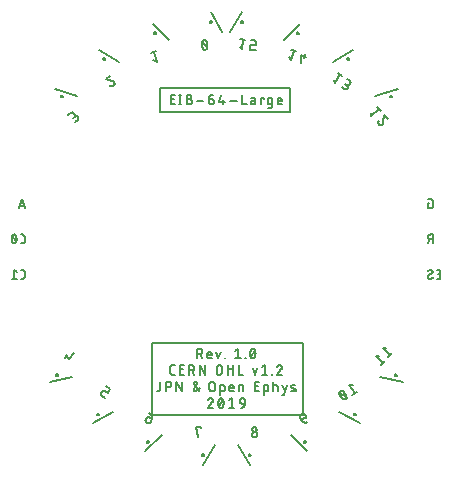
<source format=gbo>
G75*
%MOIN*%
%OFA0B0*%
%FSLAX25Y25*%
%IPPOS*%
%LPD*%
%AMOC8*
5,1,8,0,0,1.08239X$1,22.5*
%
%ADD10C,0.00600*%
%ADD11C,0.00700*%
%ADD12C,0.00500*%
%ADD13C,0.00800*%
D10*
X0034241Y0092889D02*
X0035877Y0092889D01*
X0035059Y0092889D02*
X0035059Y0095832D01*
X0035877Y0095178D01*
X0037240Y0095832D02*
X0037894Y0095832D01*
X0037943Y0095830D01*
X0037991Y0095825D01*
X0038040Y0095816D01*
X0038087Y0095803D01*
X0038133Y0095787D01*
X0038178Y0095767D01*
X0038221Y0095744D01*
X0038262Y0095718D01*
X0038302Y0095689D01*
X0038339Y0095657D01*
X0038373Y0095623D01*
X0038405Y0095586D01*
X0038434Y0095546D01*
X0038460Y0095505D01*
X0038483Y0095462D01*
X0038503Y0095417D01*
X0038519Y0095371D01*
X0038532Y0095324D01*
X0038541Y0095275D01*
X0038546Y0095227D01*
X0038548Y0095178D01*
X0038548Y0093543D01*
X0038546Y0093494D01*
X0038541Y0093446D01*
X0038532Y0093397D01*
X0038519Y0093350D01*
X0038503Y0093304D01*
X0038483Y0093259D01*
X0038460Y0093216D01*
X0038434Y0093175D01*
X0038405Y0093135D01*
X0038373Y0093098D01*
X0038339Y0093064D01*
X0038302Y0093032D01*
X0038262Y0093003D01*
X0038221Y0092977D01*
X0038178Y0092954D01*
X0038133Y0092934D01*
X0038087Y0092918D01*
X0038040Y0092905D01*
X0037991Y0092896D01*
X0037943Y0092891D01*
X0037894Y0092889D01*
X0037240Y0092889D01*
X0037240Y0104700D02*
X0037894Y0104700D01*
X0037943Y0104702D01*
X0037991Y0104707D01*
X0038040Y0104716D01*
X0038087Y0104729D01*
X0038133Y0104745D01*
X0038178Y0104765D01*
X0038221Y0104788D01*
X0038262Y0104814D01*
X0038302Y0104843D01*
X0038339Y0104875D01*
X0038373Y0104909D01*
X0038405Y0104946D01*
X0038434Y0104986D01*
X0038460Y0105027D01*
X0038483Y0105070D01*
X0038503Y0105115D01*
X0038519Y0105161D01*
X0038532Y0105208D01*
X0038541Y0105257D01*
X0038546Y0105305D01*
X0038548Y0105354D01*
X0038548Y0106989D01*
X0038546Y0107038D01*
X0038541Y0107086D01*
X0038532Y0107135D01*
X0038519Y0107182D01*
X0038503Y0107228D01*
X0038483Y0107273D01*
X0038460Y0107316D01*
X0038434Y0107357D01*
X0038405Y0107397D01*
X0038373Y0107434D01*
X0038339Y0107468D01*
X0038302Y0107500D01*
X0038262Y0107529D01*
X0038221Y0107555D01*
X0038178Y0107578D01*
X0038133Y0107598D01*
X0038087Y0107614D01*
X0038040Y0107627D01*
X0037991Y0107636D01*
X0037943Y0107641D01*
X0037894Y0107643D01*
X0037240Y0107643D01*
X0034241Y0106171D02*
X0034243Y0106079D01*
X0034248Y0105988D01*
X0034257Y0105896D01*
X0034269Y0105806D01*
X0034284Y0105715D01*
X0034303Y0105625D01*
X0034325Y0105537D01*
X0034351Y0105449D01*
X0034380Y0105362D01*
X0034412Y0105276D01*
X0034448Y0105191D01*
X0034486Y0105108D01*
X0035059Y0104700D02*
X0035106Y0104702D01*
X0035152Y0104707D01*
X0035198Y0104716D01*
X0035244Y0104729D01*
X0035288Y0104745D01*
X0035330Y0104764D01*
X0035371Y0104787D01*
X0035411Y0104813D01*
X0035448Y0104841D01*
X0035482Y0104873D01*
X0035515Y0104907D01*
X0035544Y0104943D01*
X0035571Y0104982D01*
X0035594Y0105023D01*
X0035614Y0105065D01*
X0035631Y0105109D01*
X0035713Y0105354D02*
X0034405Y0106989D01*
X0034487Y0107234D02*
X0034504Y0107278D01*
X0034524Y0107320D01*
X0034547Y0107361D01*
X0034574Y0107400D01*
X0034603Y0107436D01*
X0034636Y0107470D01*
X0034670Y0107502D01*
X0034707Y0107530D01*
X0034747Y0107556D01*
X0034788Y0107579D01*
X0034830Y0107598D01*
X0034874Y0107614D01*
X0034920Y0107627D01*
X0034966Y0107636D01*
X0035012Y0107641D01*
X0035059Y0107643D01*
X0035106Y0107641D01*
X0035152Y0107636D01*
X0035198Y0107627D01*
X0035244Y0107614D01*
X0035288Y0107598D01*
X0035330Y0107579D01*
X0035371Y0107556D01*
X0035411Y0107530D01*
X0035448Y0107502D01*
X0035482Y0107470D01*
X0035515Y0107436D01*
X0035544Y0107400D01*
X0035571Y0107361D01*
X0035594Y0107320D01*
X0035614Y0107278D01*
X0035631Y0107234D01*
X0034487Y0107234D02*
X0034449Y0107151D01*
X0034413Y0107066D01*
X0034381Y0106980D01*
X0034352Y0106893D01*
X0034326Y0106805D01*
X0034304Y0106716D01*
X0034285Y0106627D01*
X0034270Y0106536D01*
X0034258Y0106445D01*
X0034249Y0106354D01*
X0034244Y0106263D01*
X0034242Y0106171D01*
X0035876Y0106171D02*
X0035874Y0106263D01*
X0035869Y0106354D01*
X0035860Y0106445D01*
X0035848Y0106536D01*
X0035833Y0106627D01*
X0035814Y0106716D01*
X0035792Y0106805D01*
X0035766Y0106893D01*
X0035737Y0106980D01*
X0035705Y0107066D01*
X0035669Y0107151D01*
X0035631Y0107234D01*
X0034487Y0105109D02*
X0034504Y0105065D01*
X0034524Y0105023D01*
X0034547Y0104982D01*
X0034574Y0104943D01*
X0034603Y0104907D01*
X0034636Y0104873D01*
X0034670Y0104841D01*
X0034707Y0104813D01*
X0034747Y0104787D01*
X0034788Y0104764D01*
X0034830Y0104745D01*
X0034874Y0104729D01*
X0034920Y0104716D01*
X0034966Y0104707D01*
X0035012Y0104702D01*
X0035059Y0104700D01*
X0035632Y0105108D02*
X0035670Y0105191D01*
X0035706Y0105276D01*
X0035738Y0105362D01*
X0035767Y0105449D01*
X0035793Y0105537D01*
X0035815Y0105625D01*
X0035834Y0105715D01*
X0035849Y0105806D01*
X0035861Y0105896D01*
X0035870Y0105988D01*
X0035875Y0106079D01*
X0035877Y0106171D01*
X0036586Y0116511D02*
X0037567Y0119454D01*
X0038548Y0116511D01*
X0038303Y0117246D02*
X0036831Y0117246D01*
X0173007Y0116511D02*
X0173988Y0116511D01*
X0174037Y0116513D01*
X0174085Y0116518D01*
X0174134Y0116527D01*
X0174181Y0116540D01*
X0174227Y0116556D01*
X0174272Y0116576D01*
X0174315Y0116599D01*
X0174356Y0116625D01*
X0174396Y0116654D01*
X0174433Y0116686D01*
X0174467Y0116720D01*
X0174499Y0116757D01*
X0174528Y0116797D01*
X0174554Y0116838D01*
X0174577Y0116881D01*
X0174597Y0116926D01*
X0174613Y0116972D01*
X0174626Y0117019D01*
X0174635Y0117068D01*
X0174640Y0117116D01*
X0174642Y0117165D01*
X0174642Y0118800D01*
X0174640Y0118849D01*
X0174635Y0118897D01*
X0174626Y0118946D01*
X0174613Y0118993D01*
X0174597Y0119039D01*
X0174577Y0119084D01*
X0174554Y0119127D01*
X0174528Y0119168D01*
X0174499Y0119208D01*
X0174467Y0119245D01*
X0174433Y0119279D01*
X0174396Y0119311D01*
X0174356Y0119340D01*
X0174315Y0119366D01*
X0174272Y0119389D01*
X0174227Y0119409D01*
X0174181Y0119425D01*
X0174134Y0119438D01*
X0174085Y0119447D01*
X0174037Y0119452D01*
X0173988Y0119454D01*
X0173007Y0119454D01*
X0173007Y0118146D02*
X0173007Y0116511D01*
X0173007Y0118146D02*
X0173497Y0118146D01*
X0173824Y0107643D02*
X0174642Y0107643D01*
X0174642Y0104700D01*
X0174642Y0106008D02*
X0173824Y0106008D01*
X0173661Y0106008D02*
X0173007Y0104700D01*
X0173824Y0106007D02*
X0173768Y0106009D01*
X0173713Y0106015D01*
X0173658Y0106024D01*
X0173603Y0106037D01*
X0173550Y0106054D01*
X0173498Y0106075D01*
X0173448Y0106099D01*
X0173399Y0106126D01*
X0173352Y0106157D01*
X0173308Y0106190D01*
X0173266Y0106227D01*
X0173226Y0106267D01*
X0173189Y0106309D01*
X0173156Y0106353D01*
X0173125Y0106400D01*
X0173098Y0106449D01*
X0173074Y0106499D01*
X0173053Y0106551D01*
X0173036Y0106604D01*
X0173023Y0106659D01*
X0173014Y0106714D01*
X0173008Y0106769D01*
X0173006Y0106825D01*
X0173008Y0106881D01*
X0173014Y0106936D01*
X0173023Y0106991D01*
X0173036Y0107046D01*
X0173053Y0107099D01*
X0173074Y0107151D01*
X0173098Y0107201D01*
X0173125Y0107250D01*
X0173156Y0107297D01*
X0173189Y0107341D01*
X0173226Y0107383D01*
X0173266Y0107423D01*
X0173308Y0107460D01*
X0173352Y0107493D01*
X0173399Y0107524D01*
X0173448Y0107551D01*
X0173498Y0107575D01*
X0173550Y0107596D01*
X0173603Y0107613D01*
X0173658Y0107626D01*
X0173713Y0107635D01*
X0173768Y0107641D01*
X0173824Y0107643D01*
X0175875Y0095832D02*
X0177183Y0095832D01*
X0177183Y0092889D01*
X0175875Y0092889D01*
X0176202Y0094524D02*
X0177183Y0094524D01*
X0174233Y0094606D02*
X0173334Y0094115D01*
X0173661Y0092888D02*
X0173734Y0092890D01*
X0173806Y0092896D01*
X0173878Y0092905D01*
X0173950Y0092919D01*
X0174021Y0092936D01*
X0174090Y0092956D01*
X0174159Y0092981D01*
X0174226Y0093009D01*
X0174291Y0093040D01*
X0174355Y0093075D01*
X0174417Y0093113D01*
X0174477Y0093155D01*
X0174535Y0093199D01*
X0174590Y0093247D01*
X0174642Y0093297D01*
X0173334Y0094115D02*
X0173292Y0094089D01*
X0173253Y0094059D01*
X0173216Y0094027D01*
X0173181Y0093992D01*
X0173149Y0093954D01*
X0173120Y0093914D01*
X0173094Y0093872D01*
X0173072Y0093829D01*
X0173052Y0093784D01*
X0173036Y0093737D01*
X0173023Y0093690D01*
X0173014Y0093641D01*
X0173009Y0093592D01*
X0173007Y0093543D01*
X0173009Y0093494D01*
X0173014Y0093446D01*
X0173023Y0093397D01*
X0173036Y0093350D01*
X0173052Y0093304D01*
X0173072Y0093259D01*
X0173095Y0093216D01*
X0173121Y0093175D01*
X0173150Y0093135D01*
X0173182Y0093098D01*
X0173216Y0093064D01*
X0173253Y0093032D01*
X0173293Y0093003D01*
X0173334Y0092977D01*
X0173377Y0092954D01*
X0173422Y0092934D01*
X0173468Y0092918D01*
X0173515Y0092905D01*
X0173564Y0092896D01*
X0173612Y0092891D01*
X0173661Y0092889D01*
X0173170Y0095587D02*
X0173224Y0095625D01*
X0173280Y0095660D01*
X0173337Y0095692D01*
X0173396Y0095721D01*
X0173457Y0095747D01*
X0173518Y0095769D01*
X0173581Y0095788D01*
X0173645Y0095804D01*
X0173710Y0095816D01*
X0173775Y0095825D01*
X0173840Y0095830D01*
X0173906Y0095832D01*
X0173955Y0095830D01*
X0174003Y0095825D01*
X0174052Y0095816D01*
X0174099Y0095803D01*
X0174145Y0095787D01*
X0174190Y0095767D01*
X0174233Y0095744D01*
X0174274Y0095718D01*
X0174314Y0095689D01*
X0174351Y0095657D01*
X0174385Y0095623D01*
X0174417Y0095586D01*
X0174446Y0095546D01*
X0174472Y0095505D01*
X0174495Y0095462D01*
X0174515Y0095417D01*
X0174531Y0095371D01*
X0174544Y0095324D01*
X0174553Y0095275D01*
X0174558Y0095227D01*
X0174560Y0095178D01*
X0174558Y0095129D01*
X0174553Y0095080D01*
X0174544Y0095031D01*
X0174531Y0094984D01*
X0174515Y0094937D01*
X0174495Y0094892D01*
X0174473Y0094849D01*
X0174447Y0094807D01*
X0174418Y0094767D01*
X0174386Y0094729D01*
X0174351Y0094694D01*
X0174314Y0094662D01*
X0174275Y0094632D01*
X0174233Y0094606D01*
D11*
X0159115Y0069930D02*
X0157958Y0069729D01*
X0160430Y0067542D01*
X0161037Y0068229D02*
X0159822Y0066856D01*
X0158651Y0065533D02*
X0157437Y0064160D01*
X0158044Y0064846D02*
X0155573Y0067033D01*
X0156729Y0067233D01*
X0147917Y0057360D02*
X0146748Y0057466D01*
X0148569Y0054714D01*
X0147805Y0054208D02*
X0149334Y0055220D01*
X0143893Y0053597D02*
X0143838Y0053684D01*
X0143786Y0053773D01*
X0143737Y0053864D01*
X0143692Y0053956D01*
X0143651Y0054050D01*
X0143613Y0054146D01*
X0143579Y0054242D01*
X0143549Y0054341D01*
X0143522Y0054440D01*
X0143499Y0054540D01*
X0143480Y0054641D01*
X0143464Y0054743D01*
X0143539Y0054462D02*
X0145774Y0053743D01*
X0145567Y0052727D02*
X0145525Y0052701D01*
X0145481Y0052678D01*
X0145435Y0052659D01*
X0145389Y0052643D01*
X0145341Y0052630D01*
X0145292Y0052621D01*
X0145243Y0052616D01*
X0145194Y0052614D01*
X0145144Y0052616D01*
X0145095Y0052621D01*
X0145046Y0052630D01*
X0144999Y0052642D01*
X0144952Y0052658D01*
X0144906Y0052678D01*
X0144862Y0052700D01*
X0144820Y0052726D01*
X0144780Y0052755D01*
X0145567Y0052727D02*
X0145607Y0052755D01*
X0145645Y0052787D01*
X0145681Y0052821D01*
X0145714Y0052858D01*
X0145744Y0052897D01*
X0145772Y0052939D01*
X0145796Y0052982D01*
X0145817Y0053027D01*
X0145835Y0053073D01*
X0145849Y0053120D01*
X0145860Y0053168D01*
X0145867Y0053217D01*
X0145871Y0053267D01*
X0145871Y0053316D01*
X0145867Y0053365D01*
X0145860Y0053414D01*
X0145849Y0053463D01*
X0144780Y0052754D02*
X0144692Y0052808D01*
X0144607Y0052865D01*
X0144523Y0052926D01*
X0144442Y0052989D01*
X0144364Y0053056D01*
X0144288Y0053125D01*
X0144215Y0053197D01*
X0144145Y0053272D01*
X0144077Y0053349D01*
X0144012Y0053429D01*
X0143951Y0053512D01*
X0143893Y0053596D01*
X0145421Y0054609D02*
X0145363Y0054693D01*
X0145302Y0054776D01*
X0145237Y0054856D01*
X0145169Y0054933D01*
X0145099Y0055008D01*
X0145026Y0055080D01*
X0144950Y0055149D01*
X0144872Y0055216D01*
X0144791Y0055279D01*
X0144707Y0055340D01*
X0144622Y0055397D01*
X0144534Y0055451D01*
X0144533Y0055450D02*
X0144493Y0055479D01*
X0144451Y0055505D01*
X0144407Y0055527D01*
X0144361Y0055547D01*
X0144315Y0055562D01*
X0144267Y0055575D01*
X0144218Y0055584D01*
X0144169Y0055589D01*
X0144119Y0055591D01*
X0144070Y0055589D01*
X0144021Y0055584D01*
X0143972Y0055575D01*
X0143924Y0055562D01*
X0143877Y0055546D01*
X0143832Y0055527D01*
X0143788Y0055504D01*
X0143746Y0055478D01*
X0143706Y0055450D01*
X0143668Y0055418D01*
X0143632Y0055384D01*
X0143599Y0055347D01*
X0143569Y0055308D01*
X0143541Y0055266D01*
X0143517Y0055223D01*
X0143496Y0055178D01*
X0143478Y0055132D01*
X0143464Y0055085D01*
X0143453Y0055037D01*
X0143446Y0054988D01*
X0143442Y0054938D01*
X0143442Y0054889D01*
X0143446Y0054840D01*
X0143453Y0054791D01*
X0143464Y0054742D01*
X0145420Y0054609D02*
X0145475Y0054522D01*
X0145527Y0054433D01*
X0145576Y0054343D01*
X0145621Y0054250D01*
X0145662Y0054156D01*
X0145700Y0054060D01*
X0145734Y0053964D01*
X0145764Y0053865D01*
X0145791Y0053766D01*
X0145814Y0053666D01*
X0145833Y0053565D01*
X0145849Y0053463D01*
X0132199Y0047372D02*
X0132257Y0047198D01*
X0132272Y0047147D01*
X0132283Y0047096D01*
X0132291Y0047045D01*
X0132294Y0046992D01*
X0132295Y0046940D01*
X0132291Y0046888D01*
X0132284Y0046836D01*
X0132273Y0046785D01*
X0132258Y0046735D01*
X0132240Y0046686D01*
X0132218Y0046638D01*
X0132193Y0046592D01*
X0132165Y0046548D01*
X0132133Y0046506D01*
X0132099Y0046466D01*
X0132062Y0046429D01*
X0132023Y0046395D01*
X0131981Y0046364D01*
X0131937Y0046335D01*
X0131891Y0046310D01*
X0131844Y0046288D01*
X0131795Y0046270D01*
X0130751Y0045921D01*
X0130461Y0046790D01*
X0130460Y0046790D02*
X0130444Y0046846D01*
X0130430Y0046904D01*
X0130421Y0046962D01*
X0130415Y0047020D01*
X0130413Y0047079D01*
X0130415Y0047138D01*
X0130420Y0047196D01*
X0130430Y0047254D01*
X0130442Y0047312D01*
X0130459Y0047368D01*
X0130479Y0047423D01*
X0130503Y0047477D01*
X0130530Y0047529D01*
X0130560Y0047579D01*
X0130594Y0047628D01*
X0130630Y0047674D01*
X0130670Y0047717D01*
X0130712Y0047758D01*
X0130757Y0047797D01*
X0130804Y0047832D01*
X0130853Y0047864D01*
X0130904Y0047893D01*
X0130957Y0047919D01*
X0131011Y0047941D01*
X0131067Y0047959D01*
X0131124Y0047975D01*
X0131182Y0047986D01*
X0131240Y0047994D01*
X0131298Y0047997D01*
X0131357Y0047998D01*
X0131416Y0047994D01*
X0131474Y0047987D01*
X0131532Y0047975D01*
X0131589Y0047961D01*
X0131645Y0047942D01*
X0131699Y0047920D01*
X0131752Y0047895D01*
X0131804Y0047866D01*
X0131853Y0047834D01*
X0131900Y0047799D01*
X0131945Y0047761D01*
X0131987Y0047720D01*
X0132027Y0047677D01*
X0132064Y0047631D01*
X0132097Y0047583D01*
X0132128Y0047533D01*
X0132155Y0047481D01*
X0132179Y0047427D01*
X0132200Y0047372D01*
X0130751Y0045921D02*
X0130776Y0045851D01*
X0130805Y0045782D01*
X0130837Y0045715D01*
X0130873Y0045650D01*
X0130912Y0045587D01*
X0130954Y0045525D01*
X0130999Y0045466D01*
X0131047Y0045410D01*
X0131098Y0045355D01*
X0131152Y0045304D01*
X0131208Y0045255D01*
X0131266Y0045209D01*
X0131327Y0045166D01*
X0131390Y0045127D01*
X0131454Y0045090D01*
X0131521Y0045057D01*
X0131589Y0045027D01*
X0131659Y0045001D01*
X0131729Y0044978D01*
X0131801Y0044959D01*
X0131874Y0044944D01*
X0131947Y0044932D01*
X0132021Y0044924D01*
X0132095Y0044920D01*
X0132170Y0044919D01*
X0132244Y0044923D01*
X0132318Y0044930D01*
X0132391Y0044940D01*
X0132464Y0044955D01*
X0132536Y0044973D01*
X0132607Y0044995D01*
X0128726Y0057318D02*
X0128650Y0057351D01*
X0128571Y0057380D01*
X0128492Y0057407D01*
X0128412Y0057430D01*
X0128331Y0057449D01*
X0128249Y0057466D01*
X0128167Y0057479D01*
X0128084Y0057489D01*
X0128001Y0057495D01*
X0127917Y0057498D01*
X0127918Y0057498D02*
X0127876Y0057497D01*
X0127835Y0057492D01*
X0127794Y0057483D01*
X0127754Y0057471D01*
X0127715Y0057455D01*
X0127678Y0057436D01*
X0127643Y0057413D01*
X0127610Y0057388D01*
X0127579Y0057360D01*
X0127552Y0057329D01*
X0127526Y0057295D01*
X0127504Y0057260D01*
X0127486Y0057223D01*
X0127470Y0057184D01*
X0127459Y0057144D01*
X0127450Y0057103D01*
X0127446Y0057061D01*
X0127445Y0057020D01*
X0127448Y0056978D01*
X0127455Y0056937D01*
X0127465Y0056897D01*
X0127479Y0056857D01*
X0127496Y0056819D01*
X0127517Y0056783D01*
X0127541Y0056749D01*
X0127568Y0056717D01*
X0127597Y0056687D01*
X0127629Y0056661D01*
X0127664Y0056637D01*
X0127700Y0056617D01*
X0127738Y0056599D01*
X0128637Y0056239D01*
X0128675Y0056221D01*
X0128711Y0056201D01*
X0128746Y0056177D01*
X0128778Y0056151D01*
X0128807Y0056121D01*
X0128834Y0056089D01*
X0128858Y0056055D01*
X0128879Y0056019D01*
X0128896Y0055981D01*
X0128910Y0055941D01*
X0128920Y0055901D01*
X0128927Y0055860D01*
X0128930Y0055818D01*
X0128929Y0055777D01*
X0128925Y0055735D01*
X0128916Y0055694D01*
X0128905Y0055654D01*
X0128889Y0055615D01*
X0128871Y0055578D01*
X0128849Y0055543D01*
X0128823Y0055509D01*
X0128796Y0055478D01*
X0128765Y0055450D01*
X0128732Y0055425D01*
X0128697Y0055402D01*
X0128660Y0055383D01*
X0128621Y0055367D01*
X0128581Y0055355D01*
X0128540Y0055346D01*
X0128499Y0055341D01*
X0128457Y0055340D01*
X0125235Y0055340D02*
X0124515Y0057498D01*
X0125954Y0057498D02*
X0124875Y0054261D01*
X0124515Y0054261D01*
X0122883Y0055340D02*
X0122883Y0056959D01*
X0122884Y0056959D02*
X0122882Y0057004D01*
X0122877Y0057048D01*
X0122867Y0057092D01*
X0122855Y0057134D01*
X0122839Y0057176D01*
X0122819Y0057216D01*
X0122796Y0057254D01*
X0122770Y0057291D01*
X0122741Y0057325D01*
X0122710Y0057356D01*
X0122676Y0057385D01*
X0122639Y0057411D01*
X0122601Y0057434D01*
X0122561Y0057454D01*
X0122519Y0057470D01*
X0122477Y0057482D01*
X0122433Y0057492D01*
X0122389Y0057497D01*
X0122344Y0057499D01*
X0122344Y0057498D02*
X0121444Y0057498D01*
X0121444Y0058577D02*
X0121444Y0055340D01*
X0119724Y0055880D02*
X0119724Y0056959D01*
X0119722Y0057004D01*
X0119717Y0057048D01*
X0119707Y0057092D01*
X0119695Y0057134D01*
X0119679Y0057176D01*
X0119659Y0057216D01*
X0119636Y0057254D01*
X0119610Y0057291D01*
X0119581Y0057325D01*
X0119550Y0057356D01*
X0119516Y0057385D01*
X0119479Y0057411D01*
X0119441Y0057434D01*
X0119401Y0057454D01*
X0119359Y0057470D01*
X0119317Y0057482D01*
X0119273Y0057492D01*
X0119229Y0057497D01*
X0119184Y0057499D01*
X0119184Y0057498D02*
X0118285Y0057498D01*
X0118285Y0054261D01*
X0118285Y0055340D02*
X0119184Y0055340D01*
X0119229Y0055342D01*
X0119273Y0055347D01*
X0119317Y0055357D01*
X0119359Y0055369D01*
X0119401Y0055385D01*
X0119441Y0055405D01*
X0119479Y0055428D01*
X0119516Y0055454D01*
X0119550Y0055483D01*
X0119581Y0055514D01*
X0119610Y0055548D01*
X0119636Y0055585D01*
X0119659Y0055623D01*
X0119679Y0055663D01*
X0119695Y0055705D01*
X0119707Y0055747D01*
X0119717Y0055791D01*
X0119722Y0055835D01*
X0119724Y0055880D01*
X0116691Y0055340D02*
X0115252Y0055340D01*
X0115252Y0058577D01*
X0116691Y0058577D01*
X0116331Y0057138D02*
X0115252Y0057138D01*
X0115353Y0060852D02*
X0116072Y0063010D01*
X0114633Y0063010D02*
X0115353Y0060852D01*
X0117643Y0060852D02*
X0119441Y0060852D01*
X0118542Y0060852D02*
X0118542Y0064089D01*
X0117643Y0063370D01*
X0120932Y0061032D02*
X0121112Y0061032D01*
X0121112Y0060852D01*
X0120932Y0060852D01*
X0120932Y0061032D01*
X0122603Y0060852D02*
X0124402Y0060852D01*
X0122603Y0060852D02*
X0124132Y0062650D01*
X0123592Y0064089D02*
X0123530Y0064087D01*
X0123468Y0064082D01*
X0123406Y0064072D01*
X0123345Y0064059D01*
X0123285Y0064043D01*
X0123226Y0064023D01*
X0123169Y0063999D01*
X0123113Y0063972D01*
X0123058Y0063942D01*
X0123006Y0063908D01*
X0122955Y0063871D01*
X0122907Y0063832D01*
X0122862Y0063789D01*
X0122819Y0063744D01*
X0122778Y0063697D01*
X0122741Y0063647D01*
X0122707Y0063595D01*
X0122676Y0063541D01*
X0122648Y0063485D01*
X0122624Y0063428D01*
X0122603Y0063369D01*
X0124131Y0062651D02*
X0124172Y0062693D01*
X0124211Y0062737D01*
X0124246Y0062784D01*
X0124277Y0062833D01*
X0124306Y0062885D01*
X0124331Y0062938D01*
X0124352Y0062992D01*
X0124370Y0063048D01*
X0124383Y0063105D01*
X0124393Y0063163D01*
X0124399Y0063221D01*
X0124401Y0063280D01*
X0124399Y0063335D01*
X0124393Y0063390D01*
X0124384Y0063445D01*
X0124371Y0063498D01*
X0124354Y0063551D01*
X0124334Y0063602D01*
X0124310Y0063652D01*
X0124283Y0063700D01*
X0124253Y0063747D01*
X0124220Y0063791D01*
X0124183Y0063832D01*
X0124144Y0063871D01*
X0124103Y0063908D01*
X0124059Y0063941D01*
X0124012Y0063971D01*
X0123964Y0063998D01*
X0123914Y0064022D01*
X0123863Y0064042D01*
X0123810Y0064059D01*
X0123757Y0064072D01*
X0123702Y0064081D01*
X0123647Y0064087D01*
X0123592Y0064089D01*
X0127468Y0055520D02*
X0127564Y0055488D01*
X0127661Y0055458D01*
X0127758Y0055432D01*
X0127856Y0055409D01*
X0127955Y0055389D01*
X0128055Y0055373D01*
X0128155Y0055360D01*
X0128256Y0055350D01*
X0128356Y0055343D01*
X0128457Y0055340D01*
X0113988Y0066813D02*
X0113945Y0066904D01*
X0113906Y0066997D01*
X0113871Y0067092D01*
X0113839Y0067187D01*
X0113811Y0067284D01*
X0113786Y0067382D01*
X0113766Y0067481D01*
X0113748Y0067580D01*
X0113735Y0067680D01*
X0113726Y0067780D01*
X0113720Y0067881D01*
X0113718Y0067982D01*
X0115517Y0067982D02*
X0115515Y0068083D01*
X0115509Y0068184D01*
X0115500Y0068284D01*
X0115487Y0068384D01*
X0115469Y0068483D01*
X0115449Y0068582D01*
X0115424Y0068680D01*
X0115396Y0068777D01*
X0115364Y0068872D01*
X0115329Y0068967D01*
X0115290Y0069060D01*
X0115247Y0069151D01*
X0115337Y0068881D02*
X0113898Y0067083D01*
X0114617Y0066364D02*
X0114665Y0066366D01*
X0114714Y0066371D01*
X0114761Y0066380D01*
X0114808Y0066392D01*
X0114854Y0066408D01*
X0114899Y0066427D01*
X0114942Y0066449D01*
X0114984Y0066474D01*
X0115023Y0066502D01*
X0115060Y0066533D01*
X0115095Y0066567D01*
X0115128Y0066603D01*
X0115157Y0066641D01*
X0115184Y0066682D01*
X0115208Y0066724D01*
X0115229Y0066768D01*
X0115246Y0066813D01*
X0114617Y0066364D02*
X0114569Y0066366D01*
X0114520Y0066371D01*
X0114473Y0066380D01*
X0114426Y0066392D01*
X0114380Y0066408D01*
X0114335Y0066427D01*
X0114292Y0066449D01*
X0114250Y0066474D01*
X0114211Y0066502D01*
X0114174Y0066533D01*
X0114139Y0066567D01*
X0114106Y0066603D01*
X0114077Y0066641D01*
X0114050Y0066682D01*
X0114026Y0066724D01*
X0114005Y0066768D01*
X0113988Y0066813D01*
X0115247Y0066813D02*
X0115290Y0066904D01*
X0115329Y0066997D01*
X0115364Y0067092D01*
X0115396Y0067187D01*
X0115424Y0067284D01*
X0115449Y0067382D01*
X0115469Y0067481D01*
X0115487Y0067580D01*
X0115500Y0067680D01*
X0115509Y0067780D01*
X0115515Y0067881D01*
X0115517Y0067982D01*
X0113719Y0067982D02*
X0113721Y0068083D01*
X0113727Y0068183D01*
X0113736Y0068284D01*
X0113749Y0068384D01*
X0113766Y0068483D01*
X0113787Y0068582D01*
X0113812Y0068679D01*
X0113840Y0068776D01*
X0113872Y0068872D01*
X0113907Y0068966D01*
X0113946Y0069059D01*
X0113989Y0069151D01*
X0114617Y0069600D02*
X0114665Y0069598D01*
X0114714Y0069593D01*
X0114761Y0069584D01*
X0114808Y0069572D01*
X0114854Y0069556D01*
X0114899Y0069537D01*
X0114942Y0069515D01*
X0114984Y0069490D01*
X0115023Y0069462D01*
X0115060Y0069431D01*
X0115095Y0069397D01*
X0115128Y0069361D01*
X0115157Y0069323D01*
X0115184Y0069282D01*
X0115208Y0069240D01*
X0115229Y0069196D01*
X0115246Y0069151D01*
X0114617Y0069600D02*
X0114569Y0069598D01*
X0114520Y0069593D01*
X0114473Y0069584D01*
X0114426Y0069572D01*
X0114380Y0069556D01*
X0114335Y0069537D01*
X0114292Y0069515D01*
X0114250Y0069490D01*
X0114211Y0069462D01*
X0114174Y0069431D01*
X0114139Y0069397D01*
X0114106Y0069361D01*
X0114077Y0069323D01*
X0114050Y0069282D01*
X0114026Y0069240D01*
X0114005Y0069196D01*
X0113988Y0069151D01*
X0112227Y0066544D02*
X0112227Y0066364D01*
X0112047Y0066364D01*
X0112047Y0066544D01*
X0112227Y0066544D01*
X0110556Y0066364D02*
X0108758Y0066364D01*
X0109657Y0066364D02*
X0109657Y0069601D01*
X0108758Y0068881D01*
X0105377Y0066544D02*
X0105377Y0066364D01*
X0105197Y0066364D01*
X0105197Y0066544D01*
X0105377Y0066544D01*
X0103161Y0066364D02*
X0103880Y0068522D01*
X0102441Y0068522D02*
X0103161Y0066364D01*
X0100927Y0066364D02*
X0100028Y0066364D01*
X0099983Y0066366D01*
X0099939Y0066371D01*
X0099896Y0066380D01*
X0099853Y0066393D01*
X0099811Y0066409D01*
X0099771Y0066429D01*
X0099733Y0066452D01*
X0099697Y0066478D01*
X0099663Y0066506D01*
X0099631Y0066538D01*
X0099603Y0066572D01*
X0099577Y0066608D01*
X0099554Y0066646D01*
X0099534Y0066686D01*
X0099518Y0066728D01*
X0099505Y0066771D01*
X0099496Y0066814D01*
X0099491Y0066858D01*
X0099489Y0066903D01*
X0099489Y0067802D01*
X0099489Y0067443D02*
X0100927Y0067443D01*
X0100927Y0067802D01*
X0100925Y0067854D01*
X0100919Y0067907D01*
X0100910Y0067958D01*
X0100897Y0068009D01*
X0100880Y0068059D01*
X0100859Y0068107D01*
X0100835Y0068154D01*
X0100808Y0068199D01*
X0100777Y0068241D01*
X0100743Y0068282D01*
X0100707Y0068320D01*
X0100668Y0068355D01*
X0100626Y0068387D01*
X0100583Y0068416D01*
X0100537Y0068441D01*
X0100489Y0068464D01*
X0100440Y0068482D01*
X0100390Y0068498D01*
X0100339Y0068509D01*
X0100287Y0068517D01*
X0100234Y0068521D01*
X0100182Y0068521D01*
X0100129Y0068517D01*
X0100077Y0068509D01*
X0100026Y0068498D01*
X0099976Y0068482D01*
X0099927Y0068464D01*
X0099879Y0068441D01*
X0099833Y0068416D01*
X0099790Y0068387D01*
X0099748Y0068355D01*
X0099709Y0068320D01*
X0099673Y0068282D01*
X0099639Y0068241D01*
X0099608Y0068199D01*
X0099581Y0068154D01*
X0099557Y0068107D01*
X0099536Y0068059D01*
X0099519Y0068009D01*
X0099506Y0067958D01*
X0099497Y0067907D01*
X0099491Y0067854D01*
X0099489Y0067802D01*
X0097837Y0066364D02*
X0097118Y0067802D01*
X0096938Y0067802D02*
X0096039Y0067802D01*
X0096938Y0067803D02*
X0096997Y0067805D01*
X0097055Y0067811D01*
X0097113Y0067820D01*
X0097171Y0067834D01*
X0097227Y0067851D01*
X0097282Y0067871D01*
X0097336Y0067896D01*
X0097388Y0067923D01*
X0097437Y0067955D01*
X0097485Y0067989D01*
X0097531Y0068026D01*
X0097574Y0068066D01*
X0097614Y0068109D01*
X0097651Y0068155D01*
X0097685Y0068203D01*
X0097717Y0068253D01*
X0097744Y0068304D01*
X0097769Y0068358D01*
X0097789Y0068413D01*
X0097806Y0068469D01*
X0097820Y0068527D01*
X0097829Y0068585D01*
X0097835Y0068643D01*
X0097837Y0068702D01*
X0097835Y0068761D01*
X0097829Y0068819D01*
X0097820Y0068877D01*
X0097806Y0068935D01*
X0097789Y0068991D01*
X0097769Y0069046D01*
X0097744Y0069100D01*
X0097717Y0069152D01*
X0097685Y0069201D01*
X0097651Y0069249D01*
X0097614Y0069295D01*
X0097574Y0069338D01*
X0097531Y0069378D01*
X0097485Y0069415D01*
X0097437Y0069449D01*
X0097387Y0069481D01*
X0097336Y0069508D01*
X0097282Y0069533D01*
X0097227Y0069553D01*
X0097171Y0069570D01*
X0097113Y0069584D01*
X0097055Y0069593D01*
X0096997Y0069599D01*
X0096938Y0069601D01*
X0096039Y0069601D01*
X0096039Y0066364D01*
X0096973Y0064089D02*
X0098772Y0060852D01*
X0098772Y0064089D01*
X0096973Y0064089D02*
X0096973Y0060852D01*
X0095147Y0060852D02*
X0094428Y0062291D01*
X0094248Y0062291D02*
X0093349Y0062291D01*
X0094248Y0062291D02*
X0094307Y0062293D01*
X0094365Y0062299D01*
X0094423Y0062308D01*
X0094481Y0062322D01*
X0094537Y0062339D01*
X0094592Y0062359D01*
X0094646Y0062384D01*
X0094698Y0062411D01*
X0094747Y0062443D01*
X0094795Y0062477D01*
X0094841Y0062514D01*
X0094884Y0062554D01*
X0094924Y0062597D01*
X0094961Y0062643D01*
X0094995Y0062691D01*
X0095027Y0062741D01*
X0095054Y0062792D01*
X0095079Y0062846D01*
X0095099Y0062901D01*
X0095116Y0062957D01*
X0095130Y0063015D01*
X0095139Y0063073D01*
X0095145Y0063131D01*
X0095147Y0063190D01*
X0095145Y0063249D01*
X0095139Y0063307D01*
X0095130Y0063365D01*
X0095116Y0063423D01*
X0095099Y0063479D01*
X0095079Y0063534D01*
X0095054Y0063588D01*
X0095027Y0063640D01*
X0094995Y0063689D01*
X0094961Y0063737D01*
X0094924Y0063783D01*
X0094884Y0063826D01*
X0094841Y0063866D01*
X0094795Y0063903D01*
X0094747Y0063937D01*
X0094697Y0063969D01*
X0094646Y0063996D01*
X0094592Y0064021D01*
X0094537Y0064041D01*
X0094481Y0064058D01*
X0094423Y0064072D01*
X0094365Y0064081D01*
X0094307Y0064087D01*
X0094248Y0064089D01*
X0093349Y0064089D01*
X0093349Y0060852D01*
X0091691Y0060852D02*
X0090252Y0060852D01*
X0090252Y0064089D01*
X0091691Y0064089D01*
X0091331Y0062650D02*
X0090252Y0062650D01*
X0088592Y0064089D02*
X0087873Y0064089D01*
X0087822Y0064087D01*
X0087771Y0064082D01*
X0087720Y0064073D01*
X0087670Y0064060D01*
X0087622Y0064044D01*
X0087574Y0064024D01*
X0087528Y0064001D01*
X0087484Y0063975D01*
X0087442Y0063946D01*
X0087402Y0063913D01*
X0087365Y0063878D01*
X0087330Y0063841D01*
X0087297Y0063801D01*
X0087268Y0063759D01*
X0087242Y0063715D01*
X0087219Y0063669D01*
X0087199Y0063621D01*
X0087183Y0063573D01*
X0087170Y0063523D01*
X0087161Y0063472D01*
X0087156Y0063421D01*
X0087154Y0063370D01*
X0087154Y0061571D01*
X0087156Y0061520D01*
X0087161Y0061469D01*
X0087170Y0061418D01*
X0087183Y0061368D01*
X0087199Y0061320D01*
X0087219Y0061272D01*
X0087242Y0061226D01*
X0087268Y0061182D01*
X0087297Y0061140D01*
X0087330Y0061100D01*
X0087365Y0061063D01*
X0087402Y0061028D01*
X0087442Y0060995D01*
X0087484Y0060966D01*
X0087528Y0060940D01*
X0087574Y0060917D01*
X0087622Y0060897D01*
X0087670Y0060881D01*
X0087720Y0060868D01*
X0087771Y0060859D01*
X0087822Y0060854D01*
X0087873Y0060852D01*
X0088592Y0060852D01*
X0089139Y0058577D02*
X0090937Y0055340D01*
X0090937Y0058577D01*
X0089139Y0058577D02*
X0089139Y0055340D01*
X0086579Y0056779D02*
X0085680Y0056779D01*
X0086579Y0056779D02*
X0086638Y0056781D01*
X0086696Y0056787D01*
X0086754Y0056796D01*
X0086812Y0056810D01*
X0086868Y0056827D01*
X0086923Y0056847D01*
X0086977Y0056872D01*
X0087029Y0056899D01*
X0087078Y0056931D01*
X0087126Y0056965D01*
X0087172Y0057002D01*
X0087215Y0057042D01*
X0087255Y0057085D01*
X0087292Y0057131D01*
X0087326Y0057179D01*
X0087358Y0057229D01*
X0087385Y0057280D01*
X0087410Y0057334D01*
X0087430Y0057389D01*
X0087447Y0057445D01*
X0087461Y0057503D01*
X0087470Y0057561D01*
X0087476Y0057619D01*
X0087478Y0057678D01*
X0087476Y0057737D01*
X0087470Y0057795D01*
X0087461Y0057853D01*
X0087447Y0057911D01*
X0087430Y0057967D01*
X0087410Y0058022D01*
X0087385Y0058076D01*
X0087358Y0058128D01*
X0087326Y0058177D01*
X0087292Y0058225D01*
X0087255Y0058271D01*
X0087215Y0058314D01*
X0087172Y0058354D01*
X0087126Y0058391D01*
X0087078Y0058425D01*
X0087028Y0058457D01*
X0086977Y0058484D01*
X0086923Y0058509D01*
X0086868Y0058529D01*
X0086812Y0058546D01*
X0086754Y0058560D01*
X0086696Y0058569D01*
X0086638Y0058575D01*
X0086579Y0058577D01*
X0085680Y0058577D01*
X0085680Y0055340D01*
X0083637Y0056059D02*
X0083637Y0058577D01*
X0083637Y0056059D02*
X0083635Y0056008D01*
X0083630Y0055957D01*
X0083621Y0055906D01*
X0083608Y0055856D01*
X0083592Y0055808D01*
X0083572Y0055760D01*
X0083549Y0055714D01*
X0083523Y0055670D01*
X0083494Y0055628D01*
X0083461Y0055588D01*
X0083426Y0055551D01*
X0083389Y0055516D01*
X0083349Y0055483D01*
X0083307Y0055454D01*
X0083263Y0055428D01*
X0083217Y0055405D01*
X0083169Y0055385D01*
X0083121Y0055369D01*
X0083071Y0055356D01*
X0083020Y0055347D01*
X0082969Y0055342D01*
X0082918Y0055340D01*
X0082558Y0055340D01*
X0079995Y0048125D02*
X0080064Y0048100D01*
X0080133Y0048071D01*
X0080200Y0048039D01*
X0080265Y0048003D01*
X0080328Y0047964D01*
X0080390Y0047922D01*
X0080449Y0047877D01*
X0080505Y0047829D01*
X0080560Y0047778D01*
X0080611Y0047724D01*
X0080660Y0047668D01*
X0080706Y0047610D01*
X0080749Y0047549D01*
X0080788Y0047486D01*
X0080825Y0047422D01*
X0080858Y0047355D01*
X0080888Y0047287D01*
X0080914Y0047217D01*
X0080937Y0047147D01*
X0080956Y0047075D01*
X0080971Y0047002D01*
X0080983Y0046929D01*
X0080991Y0046855D01*
X0080995Y0046781D01*
X0080996Y0046706D01*
X0080992Y0046632D01*
X0080985Y0046558D01*
X0080975Y0046485D01*
X0080960Y0046412D01*
X0080942Y0046340D01*
X0080920Y0046269D01*
X0080920Y0046268D02*
X0080629Y0045399D01*
X0080630Y0045399D02*
X0080609Y0045344D01*
X0080585Y0045290D01*
X0080558Y0045238D01*
X0080527Y0045188D01*
X0080494Y0045140D01*
X0080457Y0045094D01*
X0080417Y0045051D01*
X0080375Y0045010D01*
X0080330Y0044972D01*
X0080283Y0044937D01*
X0080234Y0044905D01*
X0080182Y0044876D01*
X0080129Y0044851D01*
X0080075Y0044829D01*
X0080019Y0044810D01*
X0079962Y0044796D01*
X0079904Y0044784D01*
X0079846Y0044777D01*
X0079787Y0044773D01*
X0079728Y0044774D01*
X0079670Y0044777D01*
X0079612Y0044785D01*
X0079554Y0044796D01*
X0079497Y0044812D01*
X0079441Y0044830D01*
X0079387Y0044852D01*
X0079334Y0044878D01*
X0079283Y0044907D01*
X0079234Y0044939D01*
X0079187Y0044974D01*
X0079142Y0045013D01*
X0079100Y0045054D01*
X0079060Y0045097D01*
X0079024Y0045143D01*
X0078990Y0045192D01*
X0078960Y0045242D01*
X0078933Y0045294D01*
X0078909Y0045348D01*
X0078889Y0045403D01*
X0078872Y0045459D01*
X0078860Y0045517D01*
X0078850Y0045575D01*
X0078845Y0045633D01*
X0078843Y0045692D01*
X0078845Y0045751D01*
X0078851Y0045809D01*
X0078860Y0045867D01*
X0078874Y0045925D01*
X0078890Y0045981D01*
X0078891Y0045981D02*
X0078949Y0046155D01*
X0078967Y0046204D01*
X0078989Y0046251D01*
X0079014Y0046297D01*
X0079043Y0046341D01*
X0079074Y0046383D01*
X0079108Y0046422D01*
X0079145Y0046459D01*
X0079185Y0046493D01*
X0079227Y0046525D01*
X0079271Y0046553D01*
X0079317Y0046578D01*
X0079365Y0046600D01*
X0079414Y0046618D01*
X0079464Y0046633D01*
X0079515Y0046644D01*
X0079567Y0046651D01*
X0079619Y0046655D01*
X0079671Y0046654D01*
X0079724Y0046651D01*
X0079775Y0046643D01*
X0079826Y0046632D01*
X0079877Y0046617D01*
X0080920Y0046268D01*
X0095531Y0043452D02*
X0096244Y0040102D01*
X0097338Y0042974D02*
X0097361Y0043340D01*
X0095531Y0043452D01*
X0099563Y0049828D02*
X0101362Y0049828D01*
X0099563Y0049828D02*
X0101092Y0051627D01*
X0100553Y0053066D02*
X0100491Y0053064D01*
X0100429Y0053059D01*
X0100367Y0053049D01*
X0100306Y0053036D01*
X0100246Y0053020D01*
X0100187Y0053000D01*
X0100130Y0052976D01*
X0100074Y0052949D01*
X0100019Y0052919D01*
X0099967Y0052885D01*
X0099916Y0052848D01*
X0099868Y0052809D01*
X0099823Y0052766D01*
X0099780Y0052721D01*
X0099739Y0052674D01*
X0099702Y0052624D01*
X0099668Y0052572D01*
X0099637Y0052518D01*
X0099609Y0052462D01*
X0099585Y0052405D01*
X0099564Y0052346D01*
X0101092Y0051627D02*
X0101133Y0051669D01*
X0101172Y0051713D01*
X0101207Y0051760D01*
X0101238Y0051809D01*
X0101267Y0051861D01*
X0101292Y0051914D01*
X0101313Y0051968D01*
X0101331Y0052024D01*
X0101344Y0052081D01*
X0101354Y0052139D01*
X0101360Y0052197D01*
X0101362Y0052256D01*
X0101360Y0052311D01*
X0101354Y0052366D01*
X0101345Y0052421D01*
X0101332Y0052474D01*
X0101315Y0052527D01*
X0101295Y0052578D01*
X0101271Y0052628D01*
X0101244Y0052676D01*
X0101214Y0052723D01*
X0101181Y0052767D01*
X0101144Y0052808D01*
X0101105Y0052847D01*
X0101064Y0052884D01*
X0101020Y0052917D01*
X0100973Y0052947D01*
X0100925Y0052974D01*
X0100875Y0052998D01*
X0100824Y0053018D01*
X0100771Y0053035D01*
X0100718Y0053048D01*
X0100663Y0053057D01*
X0100608Y0053063D01*
X0100553Y0053065D01*
X0104905Y0051447D02*
X0104903Y0051346D01*
X0104897Y0051245D01*
X0104888Y0051145D01*
X0104875Y0051045D01*
X0104857Y0050946D01*
X0104837Y0050847D01*
X0104812Y0050749D01*
X0104784Y0050652D01*
X0104752Y0050557D01*
X0104717Y0050462D01*
X0104678Y0050369D01*
X0104635Y0050278D01*
X0104618Y0050233D01*
X0104597Y0050189D01*
X0104573Y0050147D01*
X0104546Y0050106D01*
X0104517Y0050068D01*
X0104484Y0050032D01*
X0104449Y0049998D01*
X0104412Y0049967D01*
X0104373Y0049939D01*
X0104331Y0049914D01*
X0104288Y0049892D01*
X0104243Y0049873D01*
X0104197Y0049857D01*
X0104150Y0049845D01*
X0104103Y0049836D01*
X0104054Y0049831D01*
X0104006Y0049829D01*
X0103958Y0049831D01*
X0103909Y0049836D01*
X0103862Y0049845D01*
X0103815Y0049857D01*
X0103769Y0049873D01*
X0103724Y0049892D01*
X0103681Y0049914D01*
X0103639Y0049939D01*
X0103600Y0049967D01*
X0103563Y0049998D01*
X0103528Y0050032D01*
X0103495Y0050068D01*
X0103466Y0050106D01*
X0103439Y0050147D01*
X0103415Y0050189D01*
X0103394Y0050233D01*
X0103377Y0050278D01*
X0103287Y0050548D02*
X0104725Y0052346D01*
X0104635Y0052616D02*
X0104618Y0052661D01*
X0104597Y0052705D01*
X0104573Y0052747D01*
X0104546Y0052788D01*
X0104517Y0052826D01*
X0104484Y0052862D01*
X0104449Y0052896D01*
X0104412Y0052927D01*
X0104373Y0052955D01*
X0104331Y0052980D01*
X0104288Y0053002D01*
X0104243Y0053021D01*
X0104197Y0053037D01*
X0104150Y0053049D01*
X0104103Y0053058D01*
X0104054Y0053063D01*
X0104006Y0053065D01*
X0103958Y0053063D01*
X0103909Y0053058D01*
X0103862Y0053049D01*
X0103815Y0053037D01*
X0103769Y0053021D01*
X0103724Y0053002D01*
X0103681Y0052980D01*
X0103639Y0052955D01*
X0103600Y0052927D01*
X0103563Y0052896D01*
X0103528Y0052862D01*
X0103495Y0052826D01*
X0103466Y0052788D01*
X0103439Y0052747D01*
X0103415Y0052705D01*
X0103394Y0052661D01*
X0103377Y0052616D01*
X0104636Y0052616D02*
X0104679Y0052525D01*
X0104718Y0052432D01*
X0104753Y0052337D01*
X0104785Y0052242D01*
X0104813Y0052145D01*
X0104838Y0052047D01*
X0104858Y0051948D01*
X0104876Y0051849D01*
X0104889Y0051749D01*
X0104898Y0051649D01*
X0104904Y0051548D01*
X0104906Y0051447D01*
X0103107Y0051447D02*
X0103109Y0051548D01*
X0103115Y0051648D01*
X0103124Y0051749D01*
X0103137Y0051849D01*
X0103154Y0051948D01*
X0103175Y0052047D01*
X0103200Y0052144D01*
X0103228Y0052241D01*
X0103260Y0052337D01*
X0103295Y0052431D01*
X0103334Y0052524D01*
X0103377Y0052616D01*
X0103757Y0054261D02*
X0103757Y0057498D01*
X0104657Y0057498D01*
X0104657Y0057499D02*
X0104702Y0057497D01*
X0104746Y0057492D01*
X0104790Y0057482D01*
X0104832Y0057470D01*
X0104874Y0057454D01*
X0104914Y0057434D01*
X0104952Y0057411D01*
X0104989Y0057385D01*
X0105023Y0057356D01*
X0105054Y0057325D01*
X0105083Y0057291D01*
X0105109Y0057254D01*
X0105132Y0057216D01*
X0105152Y0057176D01*
X0105168Y0057134D01*
X0105180Y0057092D01*
X0105190Y0057048D01*
X0105195Y0057004D01*
X0105197Y0056959D01*
X0105196Y0056959D02*
X0105196Y0055880D01*
X0105197Y0055880D02*
X0105195Y0055835D01*
X0105190Y0055791D01*
X0105180Y0055747D01*
X0105168Y0055705D01*
X0105152Y0055663D01*
X0105132Y0055623D01*
X0105109Y0055585D01*
X0105083Y0055548D01*
X0105054Y0055514D01*
X0105023Y0055483D01*
X0104989Y0055454D01*
X0104952Y0055428D01*
X0104914Y0055405D01*
X0104874Y0055385D01*
X0104832Y0055369D01*
X0104790Y0055357D01*
X0104746Y0055347D01*
X0104702Y0055342D01*
X0104657Y0055340D01*
X0103757Y0055340D01*
X0101921Y0056239D02*
X0101921Y0057678D01*
X0101919Y0057737D01*
X0101913Y0057795D01*
X0101904Y0057853D01*
X0101890Y0057911D01*
X0101873Y0057967D01*
X0101853Y0058022D01*
X0101828Y0058076D01*
X0101801Y0058128D01*
X0101769Y0058177D01*
X0101735Y0058225D01*
X0101698Y0058271D01*
X0101658Y0058314D01*
X0101615Y0058354D01*
X0101569Y0058391D01*
X0101521Y0058425D01*
X0101472Y0058457D01*
X0101420Y0058484D01*
X0101366Y0058509D01*
X0101311Y0058529D01*
X0101255Y0058546D01*
X0101197Y0058560D01*
X0101139Y0058569D01*
X0101081Y0058575D01*
X0101022Y0058577D01*
X0100963Y0058575D01*
X0100905Y0058569D01*
X0100847Y0058560D01*
X0100789Y0058546D01*
X0100733Y0058529D01*
X0100678Y0058509D01*
X0100624Y0058484D01*
X0100573Y0058457D01*
X0100523Y0058425D01*
X0100475Y0058391D01*
X0100429Y0058354D01*
X0100386Y0058314D01*
X0100346Y0058271D01*
X0100309Y0058225D01*
X0100275Y0058177D01*
X0100243Y0058128D01*
X0100216Y0058076D01*
X0100191Y0058022D01*
X0100171Y0057967D01*
X0100154Y0057911D01*
X0100140Y0057853D01*
X0100131Y0057795D01*
X0100125Y0057737D01*
X0100123Y0057678D01*
X0100123Y0056239D01*
X0100125Y0056180D01*
X0100131Y0056122D01*
X0100140Y0056064D01*
X0100154Y0056006D01*
X0100171Y0055950D01*
X0100191Y0055895D01*
X0100216Y0055841D01*
X0100243Y0055790D01*
X0100275Y0055740D01*
X0100309Y0055692D01*
X0100346Y0055646D01*
X0100386Y0055603D01*
X0100429Y0055563D01*
X0100475Y0055526D01*
X0100523Y0055492D01*
X0100573Y0055460D01*
X0100624Y0055433D01*
X0100678Y0055408D01*
X0100733Y0055388D01*
X0100789Y0055371D01*
X0100847Y0055357D01*
X0100905Y0055348D01*
X0100963Y0055342D01*
X0101022Y0055340D01*
X0101081Y0055342D01*
X0101139Y0055348D01*
X0101197Y0055357D01*
X0101255Y0055371D01*
X0101311Y0055388D01*
X0101366Y0055408D01*
X0101420Y0055433D01*
X0101472Y0055460D01*
X0101521Y0055492D01*
X0101569Y0055526D01*
X0101615Y0055563D01*
X0101658Y0055603D01*
X0101698Y0055646D01*
X0101735Y0055692D01*
X0101769Y0055740D01*
X0101801Y0055790D01*
X0101828Y0055841D01*
X0101853Y0055895D01*
X0101873Y0055950D01*
X0101890Y0056006D01*
X0101904Y0056064D01*
X0101913Y0056122D01*
X0101919Y0056180D01*
X0101921Y0056239D01*
X0106799Y0056419D02*
X0108238Y0056419D01*
X0108238Y0056779D01*
X0108237Y0056779D02*
X0108235Y0056831D01*
X0108229Y0056884D01*
X0108220Y0056935D01*
X0108207Y0056986D01*
X0108190Y0057036D01*
X0108169Y0057084D01*
X0108145Y0057131D01*
X0108118Y0057176D01*
X0108087Y0057218D01*
X0108053Y0057259D01*
X0108017Y0057297D01*
X0107978Y0057332D01*
X0107936Y0057364D01*
X0107893Y0057393D01*
X0107847Y0057418D01*
X0107799Y0057441D01*
X0107750Y0057459D01*
X0107700Y0057475D01*
X0107649Y0057486D01*
X0107597Y0057494D01*
X0107544Y0057498D01*
X0107492Y0057498D01*
X0107439Y0057494D01*
X0107387Y0057486D01*
X0107336Y0057475D01*
X0107286Y0057459D01*
X0107237Y0057441D01*
X0107189Y0057418D01*
X0107143Y0057393D01*
X0107100Y0057364D01*
X0107058Y0057332D01*
X0107019Y0057297D01*
X0106983Y0057259D01*
X0106949Y0057218D01*
X0106918Y0057176D01*
X0106891Y0057131D01*
X0106867Y0057084D01*
X0106846Y0057036D01*
X0106829Y0056986D01*
X0106816Y0056935D01*
X0106807Y0056884D01*
X0106801Y0056831D01*
X0106799Y0056779D01*
X0106799Y0055880D01*
X0106801Y0055835D01*
X0106806Y0055791D01*
X0106815Y0055748D01*
X0106828Y0055705D01*
X0106844Y0055663D01*
X0106864Y0055623D01*
X0106887Y0055585D01*
X0106913Y0055549D01*
X0106941Y0055515D01*
X0106973Y0055483D01*
X0107007Y0055455D01*
X0107043Y0055429D01*
X0107081Y0055406D01*
X0107121Y0055386D01*
X0107163Y0055370D01*
X0107206Y0055357D01*
X0107249Y0055348D01*
X0107293Y0055343D01*
X0107338Y0055341D01*
X0107338Y0055340D02*
X0108238Y0055340D01*
X0109988Y0055340D02*
X0109988Y0057498D01*
X0110887Y0057498D01*
X0110887Y0057499D02*
X0110932Y0057497D01*
X0110976Y0057492D01*
X0111020Y0057482D01*
X0111062Y0057470D01*
X0111104Y0057454D01*
X0111144Y0057434D01*
X0111182Y0057411D01*
X0111219Y0057385D01*
X0111253Y0057356D01*
X0111284Y0057325D01*
X0111313Y0057291D01*
X0111339Y0057254D01*
X0111362Y0057216D01*
X0111382Y0057176D01*
X0111398Y0057134D01*
X0111410Y0057092D01*
X0111420Y0057048D01*
X0111425Y0057004D01*
X0111427Y0056959D01*
X0111426Y0056959D02*
X0111426Y0055340D01*
X0111992Y0052166D02*
X0111990Y0052225D01*
X0111984Y0052283D01*
X0111975Y0052341D01*
X0111961Y0052399D01*
X0111944Y0052455D01*
X0111924Y0052510D01*
X0111899Y0052564D01*
X0111872Y0052616D01*
X0111840Y0052665D01*
X0111806Y0052713D01*
X0111769Y0052759D01*
X0111729Y0052802D01*
X0111686Y0052842D01*
X0111640Y0052879D01*
X0111592Y0052913D01*
X0111543Y0052945D01*
X0111491Y0052972D01*
X0111437Y0052997D01*
X0111382Y0053017D01*
X0111326Y0053034D01*
X0111268Y0053048D01*
X0111210Y0053057D01*
X0111152Y0053063D01*
X0111093Y0053065D01*
X0111034Y0053063D01*
X0110976Y0053057D01*
X0110918Y0053048D01*
X0110860Y0053034D01*
X0110804Y0053017D01*
X0110749Y0052997D01*
X0110695Y0052972D01*
X0110644Y0052945D01*
X0110594Y0052913D01*
X0110546Y0052879D01*
X0110500Y0052842D01*
X0110457Y0052802D01*
X0110417Y0052759D01*
X0110380Y0052713D01*
X0110346Y0052665D01*
X0110314Y0052616D01*
X0110287Y0052564D01*
X0110262Y0052510D01*
X0110242Y0052455D01*
X0110225Y0052399D01*
X0110211Y0052341D01*
X0110202Y0052283D01*
X0110196Y0052225D01*
X0110194Y0052166D01*
X0110193Y0052166D02*
X0110193Y0051986D01*
X0110194Y0051986D02*
X0110196Y0051935D01*
X0110201Y0051884D01*
X0110210Y0051833D01*
X0110223Y0051783D01*
X0110239Y0051735D01*
X0110259Y0051687D01*
X0110282Y0051641D01*
X0110308Y0051597D01*
X0110337Y0051555D01*
X0110370Y0051515D01*
X0110405Y0051478D01*
X0110442Y0051443D01*
X0110482Y0051410D01*
X0110524Y0051381D01*
X0110568Y0051355D01*
X0110614Y0051332D01*
X0110662Y0051312D01*
X0110710Y0051296D01*
X0110760Y0051283D01*
X0110811Y0051274D01*
X0110862Y0051269D01*
X0110913Y0051267D01*
X0111992Y0051267D01*
X0111992Y0052166D01*
X0111992Y0051267D02*
X0111990Y0051192D01*
X0111984Y0051117D01*
X0111974Y0051042D01*
X0111961Y0050968D01*
X0111943Y0050895D01*
X0111922Y0050822D01*
X0111896Y0050751D01*
X0111868Y0050682D01*
X0111835Y0050614D01*
X0111799Y0050548D01*
X0111760Y0050483D01*
X0111717Y0050421D01*
X0111671Y0050361D01*
X0111622Y0050304D01*
X0111571Y0050249D01*
X0111516Y0050198D01*
X0111459Y0050149D01*
X0111399Y0050103D01*
X0111337Y0050060D01*
X0111273Y0050021D01*
X0111206Y0049985D01*
X0111138Y0049952D01*
X0111069Y0049924D01*
X0110998Y0049898D01*
X0110925Y0049877D01*
X0110852Y0049859D01*
X0110778Y0049846D01*
X0110703Y0049836D01*
X0110628Y0049830D01*
X0110553Y0049828D01*
X0108448Y0049828D02*
X0106650Y0049828D01*
X0107549Y0049828D02*
X0107549Y0053065D01*
X0106650Y0052346D01*
X0103106Y0051447D02*
X0103108Y0051346D01*
X0103114Y0051245D01*
X0103123Y0051145D01*
X0103136Y0051045D01*
X0103154Y0050946D01*
X0103174Y0050847D01*
X0103199Y0050749D01*
X0103227Y0050652D01*
X0103259Y0050557D01*
X0103294Y0050462D01*
X0103333Y0050369D01*
X0103376Y0050278D01*
X0096680Y0055340D02*
X0095152Y0057768D01*
X0096051Y0057768D02*
X0096073Y0057807D01*
X0096092Y0057848D01*
X0096107Y0057891D01*
X0096119Y0057934D01*
X0096126Y0057979D01*
X0096130Y0058024D01*
X0096131Y0058069D01*
X0096127Y0058114D01*
X0096119Y0058158D01*
X0096108Y0058202D01*
X0096093Y0058244D01*
X0096075Y0058285D01*
X0096053Y0058325D01*
X0096028Y0058362D01*
X0096000Y0058397D01*
X0095968Y0058430D01*
X0095935Y0058460D01*
X0095898Y0058487D01*
X0095860Y0058510D01*
X0095820Y0058531D01*
X0095778Y0058548D01*
X0095735Y0058561D01*
X0095691Y0058570D01*
X0095646Y0058576D01*
X0095601Y0058578D01*
X0095556Y0058576D01*
X0095511Y0058570D01*
X0095467Y0058561D01*
X0095424Y0058548D01*
X0095382Y0058531D01*
X0095342Y0058510D01*
X0095304Y0058487D01*
X0095267Y0058460D01*
X0095234Y0058430D01*
X0095202Y0058397D01*
X0095174Y0058362D01*
X0095149Y0058325D01*
X0095127Y0058285D01*
X0095109Y0058244D01*
X0095094Y0058202D01*
X0095083Y0058158D01*
X0095075Y0058114D01*
X0095071Y0058069D01*
X0095072Y0058024D01*
X0095076Y0057979D01*
X0095083Y0057934D01*
X0095095Y0057891D01*
X0095110Y0057848D01*
X0095129Y0057807D01*
X0095151Y0057768D01*
X0096051Y0057768D02*
X0094972Y0056149D01*
X0094972Y0056150D02*
X0094949Y0056116D01*
X0094929Y0056080D01*
X0094912Y0056042D01*
X0094899Y0056003D01*
X0094890Y0055962D01*
X0094884Y0055921D01*
X0094882Y0055880D01*
X0094884Y0055835D01*
X0094889Y0055791D01*
X0094898Y0055748D01*
X0094911Y0055705D01*
X0094927Y0055663D01*
X0094947Y0055623D01*
X0094970Y0055585D01*
X0094996Y0055549D01*
X0095024Y0055515D01*
X0095056Y0055483D01*
X0095090Y0055455D01*
X0095126Y0055429D01*
X0095164Y0055406D01*
X0095204Y0055386D01*
X0095246Y0055370D01*
X0095289Y0055357D01*
X0095332Y0055348D01*
X0095376Y0055343D01*
X0095421Y0055341D01*
X0095691Y0055430D02*
X0097040Y0056419D01*
X0095691Y0055430D02*
X0095657Y0055407D01*
X0095621Y0055387D01*
X0095583Y0055370D01*
X0095544Y0055357D01*
X0095503Y0055348D01*
X0095462Y0055342D01*
X0095421Y0055340D01*
X0102524Y0061751D02*
X0102524Y0063190D01*
X0102525Y0063190D02*
X0102527Y0063249D01*
X0102533Y0063307D01*
X0102542Y0063365D01*
X0102556Y0063423D01*
X0102573Y0063479D01*
X0102593Y0063534D01*
X0102618Y0063588D01*
X0102645Y0063640D01*
X0102677Y0063689D01*
X0102711Y0063737D01*
X0102748Y0063783D01*
X0102788Y0063826D01*
X0102831Y0063866D01*
X0102877Y0063903D01*
X0102925Y0063937D01*
X0102975Y0063969D01*
X0103026Y0063996D01*
X0103080Y0064021D01*
X0103135Y0064041D01*
X0103191Y0064058D01*
X0103249Y0064072D01*
X0103307Y0064081D01*
X0103365Y0064087D01*
X0103424Y0064089D01*
X0103483Y0064087D01*
X0103541Y0064081D01*
X0103599Y0064072D01*
X0103657Y0064058D01*
X0103713Y0064041D01*
X0103768Y0064021D01*
X0103822Y0063996D01*
X0103874Y0063969D01*
X0103923Y0063937D01*
X0103971Y0063903D01*
X0104017Y0063866D01*
X0104060Y0063826D01*
X0104100Y0063783D01*
X0104137Y0063737D01*
X0104171Y0063689D01*
X0104203Y0063640D01*
X0104230Y0063588D01*
X0104255Y0063534D01*
X0104275Y0063479D01*
X0104292Y0063423D01*
X0104306Y0063365D01*
X0104315Y0063307D01*
X0104321Y0063249D01*
X0104323Y0063190D01*
X0104323Y0061751D01*
X0104321Y0061692D01*
X0104315Y0061634D01*
X0104306Y0061576D01*
X0104292Y0061518D01*
X0104275Y0061462D01*
X0104255Y0061407D01*
X0104230Y0061353D01*
X0104203Y0061302D01*
X0104171Y0061252D01*
X0104137Y0061204D01*
X0104100Y0061158D01*
X0104060Y0061115D01*
X0104017Y0061075D01*
X0103971Y0061038D01*
X0103923Y0061004D01*
X0103874Y0060972D01*
X0103822Y0060945D01*
X0103768Y0060920D01*
X0103713Y0060900D01*
X0103657Y0060883D01*
X0103599Y0060869D01*
X0103541Y0060860D01*
X0103483Y0060854D01*
X0103424Y0060852D01*
X0103365Y0060854D01*
X0103307Y0060860D01*
X0103249Y0060869D01*
X0103191Y0060883D01*
X0103135Y0060900D01*
X0103080Y0060920D01*
X0103026Y0060945D01*
X0102975Y0060972D01*
X0102925Y0061004D01*
X0102877Y0061038D01*
X0102831Y0061075D01*
X0102788Y0061115D01*
X0102748Y0061158D01*
X0102711Y0061204D01*
X0102677Y0061252D01*
X0102645Y0061302D01*
X0102618Y0061353D01*
X0102593Y0061407D01*
X0102573Y0061462D01*
X0102556Y0061518D01*
X0102542Y0061576D01*
X0102533Y0061634D01*
X0102527Y0061692D01*
X0102525Y0061751D01*
X0106186Y0060852D02*
X0106186Y0064089D01*
X0106186Y0062650D02*
X0107984Y0062650D01*
X0107984Y0064089D02*
X0107984Y0060852D01*
X0109977Y0060852D02*
X0109977Y0064089D01*
X0109977Y0060852D02*
X0111415Y0060852D01*
X0114422Y0042619D02*
X0114427Y0042567D01*
X0114436Y0042516D01*
X0114449Y0042465D01*
X0114465Y0042415D01*
X0114484Y0042366D01*
X0114507Y0042319D01*
X0114533Y0042274D01*
X0114563Y0042231D01*
X0114595Y0042190D01*
X0114630Y0042151D01*
X0114668Y0042115D01*
X0114709Y0042082D01*
X0114751Y0042051D01*
X0114796Y0042024D01*
X0114843Y0042000D01*
X0114891Y0041980D01*
X0114940Y0041963D01*
X0114991Y0041949D01*
X0115042Y0041940D01*
X0115094Y0041933D01*
X0115146Y0041931D01*
X0115199Y0041932D01*
X0115251Y0041937D01*
X0115302Y0041946D01*
X0115353Y0041959D01*
X0115403Y0041975D01*
X0115452Y0041994D01*
X0115499Y0042017D01*
X0115544Y0042043D01*
X0115587Y0042073D01*
X0115628Y0042105D01*
X0115667Y0042140D01*
X0115703Y0042178D01*
X0115736Y0042219D01*
X0115767Y0042261D01*
X0115794Y0042306D01*
X0115818Y0042353D01*
X0115838Y0042401D01*
X0115855Y0042450D01*
X0115869Y0042501D01*
X0115878Y0042552D01*
X0115885Y0042604D01*
X0115887Y0042656D01*
X0115886Y0042709D01*
X0115880Y0042762D01*
X0115871Y0042815D01*
X0115858Y0042867D01*
X0115842Y0042918D01*
X0115821Y0042967D01*
X0115797Y0043015D01*
X0115770Y0043061D01*
X0115739Y0043105D01*
X0115706Y0043147D01*
X0115669Y0043186D01*
X0115630Y0043222D01*
X0115588Y0043255D01*
X0115543Y0043285D01*
X0115497Y0043312D01*
X0115449Y0043335D01*
X0115399Y0043355D01*
X0115348Y0043371D01*
X0115296Y0043383D01*
X0115243Y0043392D01*
X0115190Y0043396D01*
X0115136Y0043397D01*
X0115083Y0043394D01*
X0115029Y0043386D01*
X0114977Y0043375D01*
X0114926Y0043361D01*
X0114875Y0043342D01*
X0114827Y0043320D01*
X0114780Y0043294D01*
X0114735Y0043265D01*
X0114692Y0043233D01*
X0114652Y0043198D01*
X0114614Y0043160D01*
X0114579Y0043119D01*
X0114548Y0043076D01*
X0114519Y0043030D01*
X0114494Y0042983D01*
X0114473Y0042934D01*
X0114455Y0042884D01*
X0114440Y0042832D01*
X0114430Y0042779D01*
X0114424Y0042726D01*
X0114421Y0042673D01*
X0114422Y0042619D01*
X0114340Y0040961D02*
X0114345Y0040903D01*
X0114354Y0040844D01*
X0114367Y0040787D01*
X0114384Y0040731D01*
X0114404Y0040675D01*
X0114428Y0040622D01*
X0114455Y0040569D01*
X0114485Y0040519D01*
X0114518Y0040471D01*
X0114555Y0040425D01*
X0114594Y0040381D01*
X0114636Y0040340D01*
X0114681Y0040302D01*
X0114728Y0040266D01*
X0114777Y0040234D01*
X0114828Y0040205D01*
X0114881Y0040180D01*
X0114936Y0040157D01*
X0114991Y0040139D01*
X0115048Y0040124D01*
X0115106Y0040112D01*
X0115164Y0040105D01*
X0115223Y0040101D01*
X0115282Y0040100D01*
X0115340Y0040104D01*
X0115399Y0040111D01*
X0115456Y0040122D01*
X0115513Y0040137D01*
X0115569Y0040155D01*
X0115624Y0040177D01*
X0115677Y0040203D01*
X0115728Y0040231D01*
X0115777Y0040263D01*
X0115825Y0040298D01*
X0115869Y0040336D01*
X0115912Y0040377D01*
X0115951Y0040420D01*
X0115988Y0040466D01*
X0116022Y0040514D01*
X0116053Y0040565D01*
X0116080Y0040617D01*
X0116104Y0040670D01*
X0116124Y0040725D01*
X0116141Y0040782D01*
X0116155Y0040839D01*
X0116164Y0040897D01*
X0116170Y0040955D01*
X0116172Y0041014D01*
X0116170Y0041073D01*
X0116165Y0041133D01*
X0116155Y0041192D01*
X0116142Y0041250D01*
X0116125Y0041308D01*
X0116104Y0041364D01*
X0116079Y0041419D01*
X0116051Y0041472D01*
X0116020Y0041523D01*
X0115985Y0041572D01*
X0115947Y0041619D01*
X0115906Y0041663D01*
X0115863Y0041704D01*
X0115816Y0041742D01*
X0115768Y0041777D01*
X0115717Y0041809D01*
X0115664Y0041838D01*
X0115610Y0041863D01*
X0115554Y0041884D01*
X0115496Y0041902D01*
X0115438Y0041916D01*
X0115379Y0041926D01*
X0115319Y0041932D01*
X0115259Y0041934D01*
X0115199Y0041932D01*
X0115139Y0041927D01*
X0115080Y0041917D01*
X0115022Y0041904D01*
X0114964Y0041887D01*
X0114908Y0041866D01*
X0114853Y0041841D01*
X0114800Y0041813D01*
X0114749Y0041782D01*
X0114700Y0041747D01*
X0114653Y0041709D01*
X0114609Y0041668D01*
X0114568Y0041625D01*
X0114530Y0041578D01*
X0114495Y0041530D01*
X0114463Y0041479D01*
X0114434Y0041426D01*
X0114409Y0041372D01*
X0114388Y0041316D01*
X0114370Y0041258D01*
X0114356Y0041200D01*
X0114346Y0041141D01*
X0114340Y0041081D01*
X0114338Y0041021D01*
X0114340Y0040961D01*
X0067073Y0055966D02*
X0065544Y0056978D01*
X0065346Y0055350D02*
X0066263Y0054743D01*
X0067073Y0055966D01*
X0065346Y0055350D02*
X0065301Y0055378D01*
X0065254Y0055402D01*
X0065206Y0055422D01*
X0065157Y0055439D01*
X0065106Y0055453D01*
X0065055Y0055463D01*
X0065003Y0055469D01*
X0064951Y0055472D01*
X0064899Y0055471D01*
X0064846Y0055466D01*
X0064795Y0055457D01*
X0064744Y0055445D01*
X0064694Y0055429D01*
X0064646Y0055410D01*
X0064598Y0055387D01*
X0064553Y0055361D01*
X0064510Y0055332D01*
X0064468Y0055299D01*
X0064430Y0055264D01*
X0064394Y0055226D01*
X0064360Y0055186D01*
X0064330Y0055144D01*
X0064329Y0055143D02*
X0064127Y0054838D01*
X0064128Y0054838D02*
X0064100Y0054793D01*
X0064076Y0054746D01*
X0064056Y0054698D01*
X0064039Y0054649D01*
X0064025Y0054598D01*
X0064015Y0054547D01*
X0064009Y0054495D01*
X0064006Y0054443D01*
X0064007Y0054391D01*
X0064012Y0054338D01*
X0064021Y0054287D01*
X0064033Y0054236D01*
X0064049Y0054186D01*
X0064068Y0054138D01*
X0064091Y0054090D01*
X0064117Y0054045D01*
X0064146Y0054002D01*
X0064179Y0053961D01*
X0064214Y0053922D01*
X0064252Y0053886D01*
X0064292Y0053852D01*
X0064334Y0053822D01*
X0064334Y0053821D02*
X0065251Y0053214D01*
X0053475Y0065994D02*
X0052260Y0067367D01*
X0053174Y0067441D02*
X0052075Y0066469D01*
X0053475Y0065994D02*
X0054911Y0068244D01*
X0055509Y0145053D02*
X0056266Y0145851D01*
X0056300Y0145891D01*
X0056332Y0145932D01*
X0056361Y0145976D01*
X0056386Y0146022D01*
X0056409Y0146069D01*
X0056427Y0146118D01*
X0056442Y0146168D01*
X0056454Y0146219D01*
X0056462Y0146271D01*
X0056466Y0146323D01*
X0056467Y0146375D01*
X0056464Y0146427D01*
X0056457Y0146479D01*
X0056446Y0146531D01*
X0056432Y0146581D01*
X0056414Y0146630D01*
X0056393Y0146678D01*
X0056368Y0146724D01*
X0056340Y0146768D01*
X0056309Y0146810D01*
X0056275Y0146850D01*
X0056239Y0146888D01*
X0056199Y0146922D01*
X0056158Y0146954D01*
X0056114Y0146983D01*
X0056068Y0147008D01*
X0056021Y0147031D01*
X0055972Y0147049D01*
X0055922Y0147064D01*
X0055871Y0147076D01*
X0055819Y0147084D01*
X0055767Y0147088D01*
X0055715Y0147089D01*
X0055663Y0147086D01*
X0055611Y0147079D01*
X0055559Y0147068D01*
X0055509Y0147054D01*
X0055460Y0147036D01*
X0055412Y0147015D01*
X0055366Y0146990D01*
X0055322Y0146962D01*
X0055280Y0146931D01*
X0055240Y0146897D01*
X0055202Y0146861D01*
X0054697Y0146329D01*
X0055076Y0146728D02*
X0055115Y0146772D01*
X0055151Y0146818D01*
X0055185Y0146867D01*
X0055215Y0146917D01*
X0055241Y0146970D01*
X0055264Y0147024D01*
X0055284Y0147079D01*
X0055300Y0147135D01*
X0055313Y0147193D01*
X0055322Y0147251D01*
X0055327Y0147310D01*
X0055328Y0147368D01*
X0055325Y0147427D01*
X0055319Y0147485D01*
X0055309Y0147543D01*
X0055296Y0147601D01*
X0055278Y0147657D01*
X0055257Y0147712D01*
X0055233Y0147765D01*
X0055205Y0147817D01*
X0055174Y0147867D01*
X0055140Y0147915D01*
X0055103Y0147960D01*
X0055063Y0148004D01*
X0055021Y0148044D01*
X0054975Y0148082D01*
X0054928Y0148116D01*
X0054878Y0148148D01*
X0054827Y0148176D01*
X0054774Y0148201D01*
X0054719Y0148223D01*
X0054663Y0148241D01*
X0054606Y0148255D01*
X0054548Y0148266D01*
X0054490Y0148273D01*
X0054431Y0148276D01*
X0054372Y0148275D01*
X0054314Y0148271D01*
X0054255Y0148263D01*
X0054198Y0148251D01*
X0054141Y0148235D01*
X0054086Y0148216D01*
X0054031Y0148194D01*
X0053979Y0148168D01*
X0053928Y0148138D01*
X0053879Y0148106D01*
X0053832Y0148070D01*
X0053788Y0148032D01*
X0053746Y0147990D01*
X0053746Y0147989D02*
X0053115Y0147325D01*
X0065561Y0159552D02*
X0067124Y0160510D01*
X0065561Y0159552D02*
X0067847Y0158803D01*
X0068145Y0157265D02*
X0068090Y0157234D01*
X0068033Y0157205D01*
X0067974Y0157181D01*
X0067915Y0157160D01*
X0067854Y0157142D01*
X0067792Y0157128D01*
X0067729Y0157118D01*
X0067666Y0157112D01*
X0067602Y0157109D01*
X0067539Y0157110D01*
X0067476Y0157115D01*
X0067413Y0157124D01*
X0067351Y0157137D01*
X0067289Y0157153D01*
X0067229Y0157173D01*
X0067170Y0157196D01*
X0067113Y0157223D01*
X0067057Y0157253D01*
X0067003Y0157287D01*
X0066951Y0157324D01*
X0066902Y0157364D01*
X0067848Y0158803D02*
X0067901Y0158790D01*
X0067954Y0158774D01*
X0068005Y0158754D01*
X0068056Y0158731D01*
X0068104Y0158705D01*
X0068151Y0158676D01*
X0068196Y0158644D01*
X0068239Y0158609D01*
X0068280Y0158572D01*
X0068318Y0158532D01*
X0068354Y0158490D01*
X0068387Y0158446D01*
X0068417Y0158400D01*
X0068445Y0158351D01*
X0068470Y0158300D01*
X0068490Y0158248D01*
X0068508Y0158194D01*
X0068521Y0158140D01*
X0068531Y0158084D01*
X0068537Y0158028D01*
X0068539Y0157972D01*
X0068537Y0157916D01*
X0068532Y0157859D01*
X0068522Y0157804D01*
X0068509Y0157749D01*
X0068492Y0157695D01*
X0068472Y0157643D01*
X0068448Y0157592D01*
X0068420Y0157543D01*
X0068390Y0157496D01*
X0068356Y0157451D01*
X0068319Y0157408D01*
X0068279Y0157368D01*
X0068237Y0157331D01*
X0068192Y0157297D01*
X0068145Y0157266D01*
X0081476Y0165681D02*
X0082563Y0165239D01*
X0081626Y0168403D01*
X0080747Y0168142D02*
X0082505Y0168663D01*
X0099271Y0169709D02*
X0099312Y0169803D01*
X0099349Y0169899D01*
X0099383Y0169996D01*
X0099413Y0170094D01*
X0099439Y0170194D01*
X0099461Y0170294D01*
X0099480Y0170395D01*
X0099495Y0170497D01*
X0099506Y0170599D01*
X0099513Y0170702D01*
X0099516Y0170804D01*
X0099515Y0170907D01*
X0097683Y0170860D02*
X0097688Y0170757D01*
X0097696Y0170655D01*
X0097708Y0170553D01*
X0097725Y0170451D01*
X0097745Y0170350D01*
X0097769Y0170250D01*
X0097796Y0170151D01*
X0097827Y0170054D01*
X0097862Y0169957D01*
X0097901Y0169862D01*
X0097943Y0169768D01*
X0097989Y0169676D01*
X0098642Y0169234D02*
X0098691Y0169237D01*
X0098740Y0169244D01*
X0098789Y0169254D01*
X0098836Y0169268D01*
X0098882Y0169285D01*
X0098927Y0169306D01*
X0098971Y0169329D01*
X0099012Y0169356D01*
X0099052Y0169386D01*
X0099089Y0169419D01*
X0099124Y0169454D01*
X0099156Y0169492D01*
X0099185Y0169531D01*
X0099211Y0169573D01*
X0099234Y0169617D01*
X0099254Y0169662D01*
X0099271Y0169709D01*
X0099356Y0169986D02*
X0097842Y0171781D01*
X0098556Y0172533D02*
X0098606Y0172532D01*
X0098655Y0172528D01*
X0098704Y0172520D01*
X0098752Y0172509D01*
X0098799Y0172494D01*
X0098845Y0172476D01*
X0098890Y0172455D01*
X0098933Y0172430D01*
X0098974Y0172403D01*
X0099013Y0172372D01*
X0099049Y0172339D01*
X0099083Y0172303D01*
X0099114Y0172264D01*
X0099143Y0172224D01*
X0099168Y0172181D01*
X0099190Y0172137D01*
X0099209Y0172092D01*
X0098556Y0172533D02*
X0098507Y0172530D01*
X0098458Y0172523D01*
X0098409Y0172513D01*
X0098362Y0172499D01*
X0098316Y0172482D01*
X0098271Y0172461D01*
X0098227Y0172438D01*
X0098186Y0172411D01*
X0098146Y0172381D01*
X0098109Y0172348D01*
X0098074Y0172313D01*
X0098042Y0172275D01*
X0098013Y0172236D01*
X0097987Y0172194D01*
X0097964Y0172150D01*
X0097944Y0172105D01*
X0097927Y0172058D01*
X0099209Y0172091D02*
X0099255Y0171999D01*
X0099297Y0171905D01*
X0099336Y0171810D01*
X0099371Y0171713D01*
X0099402Y0171616D01*
X0099429Y0171517D01*
X0099453Y0171417D01*
X0099473Y0171316D01*
X0099490Y0171214D01*
X0099502Y0171112D01*
X0099510Y0171010D01*
X0099515Y0170907D01*
X0097683Y0170860D02*
X0097682Y0170963D01*
X0097685Y0171065D01*
X0097692Y0171168D01*
X0097703Y0171270D01*
X0097718Y0171372D01*
X0097737Y0171473D01*
X0097759Y0171573D01*
X0097785Y0171673D01*
X0097815Y0171771D01*
X0097849Y0171868D01*
X0097886Y0171964D01*
X0097927Y0172058D01*
X0097989Y0169675D02*
X0098008Y0169630D01*
X0098030Y0169586D01*
X0098055Y0169543D01*
X0098084Y0169503D01*
X0098115Y0169464D01*
X0098149Y0169428D01*
X0098185Y0169395D01*
X0098224Y0169364D01*
X0098265Y0169337D01*
X0098308Y0169312D01*
X0098353Y0169291D01*
X0098399Y0169273D01*
X0098446Y0169258D01*
X0098494Y0169247D01*
X0098543Y0169239D01*
X0098592Y0169235D01*
X0098642Y0169234D01*
X0110216Y0170038D02*
X0111114Y0169281D01*
X0111200Y0172580D01*
X0110284Y0172604D02*
X0112116Y0172556D01*
X0113882Y0172510D02*
X0114982Y0172481D01*
X0115034Y0172478D01*
X0115086Y0172471D01*
X0115138Y0172460D01*
X0115188Y0172446D01*
X0115237Y0172428D01*
X0115285Y0172407D01*
X0115331Y0172382D01*
X0115375Y0172354D01*
X0115417Y0172323D01*
X0115457Y0172289D01*
X0115495Y0172253D01*
X0115529Y0172213D01*
X0115561Y0172172D01*
X0115590Y0172128D01*
X0115615Y0172082D01*
X0115638Y0172035D01*
X0115656Y0171986D01*
X0115671Y0171936D01*
X0115683Y0171885D01*
X0115691Y0171833D01*
X0115695Y0171781D01*
X0115696Y0171729D01*
X0115686Y0171362D01*
X0115683Y0171310D01*
X0115676Y0171258D01*
X0115665Y0171206D01*
X0115651Y0171156D01*
X0115633Y0171107D01*
X0115612Y0171059D01*
X0115587Y0171013D01*
X0115559Y0170969D01*
X0115528Y0170927D01*
X0115494Y0170887D01*
X0115458Y0170849D01*
X0115418Y0170815D01*
X0115377Y0170783D01*
X0115333Y0170754D01*
X0115287Y0170729D01*
X0115240Y0170706D01*
X0115191Y0170688D01*
X0115141Y0170673D01*
X0115090Y0170661D01*
X0115038Y0170653D01*
X0114986Y0170649D01*
X0114934Y0170648D01*
X0113834Y0170677D01*
X0113796Y0169211D01*
X0115629Y0169163D01*
X0126595Y0166713D02*
X0127266Y0165750D01*
X0128203Y0168914D01*
X0127324Y0169174D02*
X0129082Y0168654D01*
X0130568Y0167449D02*
X0132326Y0166928D01*
X0132006Y0167787D02*
X0131590Y0166381D01*
X0130568Y0167449D02*
X0130542Y0164779D01*
X0141555Y0159262D02*
X0141954Y0158158D01*
X0143678Y0160972D01*
X0142896Y0161451D02*
X0144460Y0160493D01*
X0145966Y0159570D02*
X0146747Y0159091D01*
X0146748Y0159091D02*
X0146798Y0159058D01*
X0146846Y0159022D01*
X0146891Y0158982D01*
X0146934Y0158940D01*
X0146974Y0158895D01*
X0147011Y0158848D01*
X0147045Y0158798D01*
X0147075Y0158747D01*
X0147102Y0158693D01*
X0147125Y0158638D01*
X0147145Y0158581D01*
X0147161Y0158523D01*
X0147173Y0158464D01*
X0147181Y0158405D01*
X0147185Y0158345D01*
X0147186Y0158285D01*
X0147182Y0158225D01*
X0147175Y0158166D01*
X0147163Y0158107D01*
X0147148Y0158049D01*
X0147129Y0157992D01*
X0147107Y0157936D01*
X0147081Y0157882D01*
X0147051Y0157830D01*
X0147018Y0157780D01*
X0146982Y0157732D01*
X0146942Y0157687D01*
X0146900Y0157644D01*
X0146855Y0157604D01*
X0146808Y0157567D01*
X0146758Y0157533D01*
X0146707Y0157503D01*
X0146653Y0157476D01*
X0146598Y0157453D01*
X0146541Y0157433D01*
X0146483Y0157417D01*
X0146424Y0157405D01*
X0146365Y0157397D01*
X0146305Y0157393D01*
X0146245Y0157392D01*
X0146185Y0157396D01*
X0146126Y0157403D01*
X0146067Y0157415D01*
X0146009Y0157430D01*
X0145952Y0157449D01*
X0145896Y0157471D01*
X0145842Y0157497D01*
X0145790Y0157527D01*
X0145946Y0157432D02*
X0145321Y0157815D01*
X0145946Y0157432D02*
X0145990Y0157403D01*
X0146031Y0157371D01*
X0146070Y0157336D01*
X0146107Y0157299D01*
X0146140Y0157259D01*
X0146171Y0157216D01*
X0146199Y0157172D01*
X0146223Y0157126D01*
X0146244Y0157078D01*
X0146262Y0157029D01*
X0146276Y0156978D01*
X0146286Y0156927D01*
X0146293Y0156875D01*
X0146296Y0156823D01*
X0146295Y0156770D01*
X0146291Y0156718D01*
X0146282Y0156667D01*
X0146271Y0156616D01*
X0146255Y0156566D01*
X0146236Y0156517D01*
X0146214Y0156470D01*
X0146188Y0156424D01*
X0146159Y0156380D01*
X0146127Y0156339D01*
X0146092Y0156300D01*
X0146055Y0156263D01*
X0146015Y0156230D01*
X0145972Y0156199D01*
X0145928Y0156171D01*
X0145882Y0156147D01*
X0145834Y0156126D01*
X0145785Y0156108D01*
X0145734Y0156094D01*
X0145683Y0156084D01*
X0145631Y0156077D01*
X0145579Y0156074D01*
X0145526Y0156075D01*
X0145474Y0156079D01*
X0145423Y0156088D01*
X0145372Y0156099D01*
X0145322Y0156115D01*
X0145273Y0156134D01*
X0145226Y0156156D01*
X0145180Y0156182D01*
X0145180Y0156181D02*
X0144242Y0156756D01*
X0154077Y0148193D02*
X0154176Y0147024D01*
X0156570Y0149295D01*
X0155939Y0149960D02*
X0157201Y0148630D01*
X0158417Y0147349D02*
X0159679Y0146019D01*
X0158417Y0147349D02*
X0158160Y0144956D01*
X0156717Y0144345D02*
X0156675Y0144393D01*
X0156635Y0144442D01*
X0156599Y0144494D01*
X0156566Y0144549D01*
X0156536Y0144605D01*
X0156510Y0144662D01*
X0156487Y0144721D01*
X0156467Y0144782D01*
X0156452Y0144843D01*
X0156440Y0144906D01*
X0156431Y0144969D01*
X0156427Y0145032D01*
X0156426Y0145095D01*
X0156429Y0145159D01*
X0156436Y0145222D01*
X0156447Y0145285D01*
X0156461Y0145346D01*
X0156479Y0145407D01*
X0156501Y0145467D01*
X0156526Y0145525D01*
X0156555Y0145582D01*
X0158160Y0144956D02*
X0158158Y0144901D01*
X0158153Y0144846D01*
X0158144Y0144792D01*
X0158132Y0144738D01*
X0158117Y0144685D01*
X0158098Y0144633D01*
X0158076Y0144582D01*
X0158051Y0144533D01*
X0158024Y0144486D01*
X0157993Y0144440D01*
X0157959Y0144396D01*
X0157923Y0144355D01*
X0157884Y0144315D01*
X0157884Y0144316D02*
X0157842Y0144278D01*
X0157797Y0144244D01*
X0157750Y0144213D01*
X0157701Y0144185D01*
X0157651Y0144160D01*
X0157598Y0144139D01*
X0157545Y0144121D01*
X0157490Y0144108D01*
X0157435Y0144098D01*
X0157379Y0144091D01*
X0157323Y0144089D01*
X0157266Y0144091D01*
X0157210Y0144096D01*
X0157155Y0144105D01*
X0157100Y0144118D01*
X0157046Y0144134D01*
X0156993Y0144155D01*
X0156942Y0144178D01*
X0156893Y0144206D01*
X0156846Y0144236D01*
X0156800Y0144270D01*
X0156758Y0144307D01*
X0156718Y0144346D01*
X0124298Y0151009D02*
X0123398Y0151009D01*
X0123398Y0151010D02*
X0123353Y0151012D01*
X0123309Y0151017D01*
X0123266Y0151026D01*
X0123223Y0151039D01*
X0123181Y0151055D01*
X0123141Y0151075D01*
X0123103Y0151098D01*
X0123067Y0151124D01*
X0123033Y0151152D01*
X0123001Y0151184D01*
X0122973Y0151218D01*
X0122947Y0151254D01*
X0122924Y0151292D01*
X0122904Y0151332D01*
X0122888Y0151374D01*
X0122875Y0151417D01*
X0122866Y0151460D01*
X0122861Y0151504D01*
X0122859Y0151549D01*
X0122859Y0152448D01*
X0122859Y0152088D02*
X0124298Y0152088D01*
X0124298Y0152448D01*
X0124297Y0152448D02*
X0124295Y0152500D01*
X0124289Y0152553D01*
X0124280Y0152604D01*
X0124267Y0152655D01*
X0124250Y0152705D01*
X0124229Y0152753D01*
X0124205Y0152800D01*
X0124178Y0152845D01*
X0124147Y0152887D01*
X0124113Y0152928D01*
X0124077Y0152966D01*
X0124038Y0153001D01*
X0123996Y0153033D01*
X0123953Y0153062D01*
X0123907Y0153087D01*
X0123859Y0153110D01*
X0123810Y0153128D01*
X0123760Y0153144D01*
X0123709Y0153155D01*
X0123657Y0153163D01*
X0123604Y0153167D01*
X0123552Y0153167D01*
X0123499Y0153163D01*
X0123447Y0153155D01*
X0123396Y0153144D01*
X0123346Y0153128D01*
X0123297Y0153110D01*
X0123249Y0153087D01*
X0123203Y0153062D01*
X0123160Y0153033D01*
X0123118Y0153001D01*
X0123079Y0152966D01*
X0123043Y0152928D01*
X0123009Y0152887D01*
X0122978Y0152845D01*
X0122951Y0152800D01*
X0122927Y0152753D01*
X0122906Y0152705D01*
X0122889Y0152655D01*
X0122876Y0152604D01*
X0122867Y0152553D01*
X0122861Y0152500D01*
X0122859Y0152448D01*
X0121079Y0153167D02*
X0121079Y0150470D01*
X0121080Y0150470D02*
X0121078Y0150425D01*
X0121073Y0150381D01*
X0121063Y0150337D01*
X0121051Y0150295D01*
X0121035Y0150253D01*
X0121015Y0150213D01*
X0120992Y0150175D01*
X0120966Y0150138D01*
X0120937Y0150104D01*
X0120906Y0150073D01*
X0120872Y0150044D01*
X0120835Y0150018D01*
X0120797Y0149995D01*
X0120757Y0149975D01*
X0120715Y0149959D01*
X0120673Y0149947D01*
X0120629Y0149937D01*
X0120585Y0149932D01*
X0120540Y0149930D01*
X0119820Y0149930D01*
X0120180Y0151009D02*
X0121079Y0151009D01*
X0120180Y0151010D02*
X0120135Y0151012D01*
X0120091Y0151017D01*
X0120048Y0151026D01*
X0120005Y0151039D01*
X0119963Y0151055D01*
X0119923Y0151075D01*
X0119885Y0151098D01*
X0119849Y0151124D01*
X0119815Y0151152D01*
X0119783Y0151184D01*
X0119755Y0151218D01*
X0119729Y0151254D01*
X0119706Y0151292D01*
X0119686Y0151332D01*
X0119670Y0151374D01*
X0119657Y0151417D01*
X0119648Y0151460D01*
X0119643Y0151504D01*
X0119641Y0151549D01*
X0119641Y0152628D01*
X0119643Y0152673D01*
X0119648Y0152717D01*
X0119657Y0152760D01*
X0119670Y0152803D01*
X0119686Y0152845D01*
X0119706Y0152885D01*
X0119729Y0152923D01*
X0119755Y0152959D01*
X0119783Y0152993D01*
X0119815Y0153025D01*
X0119849Y0153053D01*
X0119885Y0153079D01*
X0119923Y0153102D01*
X0119963Y0153122D01*
X0120005Y0153138D01*
X0120048Y0153151D01*
X0120091Y0153160D01*
X0120135Y0153165D01*
X0120180Y0153167D01*
X0121079Y0153167D01*
X0118420Y0153167D02*
X0118420Y0152808D01*
X0118420Y0153167D02*
X0117341Y0153167D01*
X0117341Y0151009D01*
X0115410Y0151009D02*
X0115410Y0152628D01*
X0115410Y0152268D02*
X0114601Y0152268D01*
X0115411Y0152628D02*
X0115409Y0152673D01*
X0115404Y0152717D01*
X0115394Y0152761D01*
X0115382Y0152803D01*
X0115366Y0152845D01*
X0115346Y0152885D01*
X0115323Y0152923D01*
X0115297Y0152960D01*
X0115268Y0152994D01*
X0115237Y0153025D01*
X0115203Y0153054D01*
X0115166Y0153080D01*
X0115128Y0153103D01*
X0115088Y0153123D01*
X0115046Y0153139D01*
X0115004Y0153151D01*
X0114960Y0153161D01*
X0114916Y0153166D01*
X0114871Y0153168D01*
X0114871Y0153167D02*
X0114151Y0153167D01*
X0114601Y0152268D02*
X0114552Y0152266D01*
X0114503Y0152260D01*
X0114454Y0152251D01*
X0114407Y0152237D01*
X0114360Y0152220D01*
X0114315Y0152199D01*
X0114272Y0152175D01*
X0114231Y0152148D01*
X0114192Y0152117D01*
X0114156Y0152084D01*
X0114123Y0152048D01*
X0114092Y0152009D01*
X0114065Y0151968D01*
X0114041Y0151925D01*
X0114020Y0151880D01*
X0114003Y0151833D01*
X0113989Y0151786D01*
X0113980Y0151737D01*
X0113974Y0151688D01*
X0113972Y0151639D01*
X0113974Y0151590D01*
X0113980Y0151541D01*
X0113989Y0151492D01*
X0114003Y0151445D01*
X0114020Y0151398D01*
X0114041Y0151353D01*
X0114065Y0151310D01*
X0114092Y0151269D01*
X0114123Y0151230D01*
X0114156Y0151194D01*
X0114192Y0151161D01*
X0114231Y0151130D01*
X0114272Y0151103D01*
X0114315Y0151079D01*
X0114360Y0151058D01*
X0114407Y0151041D01*
X0114454Y0151027D01*
X0114503Y0151018D01*
X0114552Y0151012D01*
X0114601Y0151010D01*
X0114601Y0151009D02*
X0115410Y0151009D01*
X0112554Y0151009D02*
X0111116Y0151009D01*
X0111116Y0154246D01*
X0109185Y0152268D02*
X0107027Y0152268D01*
X0105226Y0151729D02*
X0103427Y0151729D01*
X0104147Y0154246D01*
X0104686Y0152448D02*
X0104686Y0151009D01*
X0101682Y0151909D02*
X0101682Y0152088D01*
X0101680Y0152139D01*
X0101675Y0152190D01*
X0101666Y0152241D01*
X0101653Y0152291D01*
X0101637Y0152339D01*
X0101617Y0152387D01*
X0101594Y0152433D01*
X0101568Y0152477D01*
X0101539Y0152519D01*
X0101506Y0152559D01*
X0101471Y0152596D01*
X0101434Y0152631D01*
X0101394Y0152664D01*
X0101352Y0152693D01*
X0101308Y0152719D01*
X0101262Y0152742D01*
X0101214Y0152762D01*
X0101166Y0152778D01*
X0101116Y0152791D01*
X0101065Y0152800D01*
X0101014Y0152805D01*
X0100963Y0152807D01*
X0100963Y0152808D02*
X0099884Y0152808D01*
X0099884Y0151909D01*
X0099886Y0151850D01*
X0099892Y0151792D01*
X0099901Y0151734D01*
X0099915Y0151676D01*
X0099932Y0151620D01*
X0099952Y0151565D01*
X0099977Y0151511D01*
X0100004Y0151460D01*
X0100036Y0151410D01*
X0100070Y0151362D01*
X0100107Y0151316D01*
X0100147Y0151273D01*
X0100190Y0151233D01*
X0100236Y0151196D01*
X0100284Y0151162D01*
X0100334Y0151130D01*
X0100385Y0151103D01*
X0100439Y0151078D01*
X0100494Y0151058D01*
X0100550Y0151041D01*
X0100608Y0151027D01*
X0100666Y0151018D01*
X0100724Y0151012D01*
X0100783Y0151010D01*
X0100842Y0151012D01*
X0100900Y0151018D01*
X0100958Y0151027D01*
X0101016Y0151041D01*
X0101072Y0151058D01*
X0101127Y0151078D01*
X0101181Y0151103D01*
X0101233Y0151130D01*
X0101282Y0151162D01*
X0101330Y0151196D01*
X0101376Y0151233D01*
X0101419Y0151273D01*
X0101459Y0151316D01*
X0101496Y0151362D01*
X0101530Y0151410D01*
X0101562Y0151460D01*
X0101589Y0151511D01*
X0101614Y0151565D01*
X0101634Y0151620D01*
X0101651Y0151676D01*
X0101665Y0151734D01*
X0101674Y0151792D01*
X0101680Y0151850D01*
X0101682Y0151909D01*
X0099884Y0152808D02*
X0099886Y0152883D01*
X0099892Y0152958D01*
X0099902Y0153033D01*
X0099915Y0153107D01*
X0099933Y0153180D01*
X0099954Y0153253D01*
X0099980Y0153324D01*
X0100008Y0153393D01*
X0100041Y0153461D01*
X0100077Y0153527D01*
X0100116Y0153592D01*
X0100159Y0153654D01*
X0100205Y0153714D01*
X0100254Y0153771D01*
X0100305Y0153826D01*
X0100360Y0153877D01*
X0100417Y0153926D01*
X0100477Y0153972D01*
X0100539Y0154015D01*
X0100603Y0154054D01*
X0100670Y0154090D01*
X0100738Y0154123D01*
X0100807Y0154151D01*
X0100878Y0154177D01*
X0100951Y0154198D01*
X0101024Y0154216D01*
X0101098Y0154229D01*
X0101173Y0154239D01*
X0101248Y0154245D01*
X0101323Y0154247D01*
X0098083Y0152268D02*
X0095925Y0152268D01*
X0093427Y0152808D02*
X0093486Y0152806D01*
X0093544Y0152800D01*
X0093602Y0152791D01*
X0093660Y0152777D01*
X0093716Y0152760D01*
X0093771Y0152740D01*
X0093825Y0152715D01*
X0093876Y0152688D01*
X0093926Y0152656D01*
X0093974Y0152622D01*
X0094020Y0152585D01*
X0094063Y0152545D01*
X0094103Y0152502D01*
X0094140Y0152456D01*
X0094174Y0152408D01*
X0094206Y0152359D01*
X0094233Y0152307D01*
X0094258Y0152253D01*
X0094278Y0152198D01*
X0094295Y0152142D01*
X0094309Y0152084D01*
X0094318Y0152026D01*
X0094324Y0151968D01*
X0094326Y0151909D01*
X0094324Y0151850D01*
X0094318Y0151792D01*
X0094309Y0151734D01*
X0094295Y0151676D01*
X0094278Y0151620D01*
X0094258Y0151565D01*
X0094233Y0151511D01*
X0094206Y0151460D01*
X0094174Y0151410D01*
X0094140Y0151362D01*
X0094103Y0151316D01*
X0094063Y0151273D01*
X0094020Y0151233D01*
X0093974Y0151196D01*
X0093926Y0151162D01*
X0093877Y0151130D01*
X0093825Y0151103D01*
X0093771Y0151078D01*
X0093716Y0151058D01*
X0093660Y0151041D01*
X0093602Y0151027D01*
X0093544Y0151018D01*
X0093486Y0151012D01*
X0093427Y0151010D01*
X0093427Y0151009D02*
X0092528Y0151009D01*
X0092528Y0154246D01*
X0093427Y0154246D01*
X0093479Y0154244D01*
X0093532Y0154238D01*
X0093583Y0154229D01*
X0093634Y0154216D01*
X0093684Y0154199D01*
X0093732Y0154178D01*
X0093779Y0154154D01*
X0093824Y0154127D01*
X0093866Y0154096D01*
X0093907Y0154062D01*
X0093945Y0154026D01*
X0093980Y0153987D01*
X0094012Y0153945D01*
X0094041Y0153902D01*
X0094066Y0153856D01*
X0094089Y0153808D01*
X0094107Y0153759D01*
X0094123Y0153709D01*
X0094134Y0153658D01*
X0094142Y0153606D01*
X0094146Y0153553D01*
X0094146Y0153501D01*
X0094142Y0153448D01*
X0094134Y0153396D01*
X0094123Y0153345D01*
X0094107Y0153295D01*
X0094089Y0153246D01*
X0094066Y0153198D01*
X0094041Y0153152D01*
X0094012Y0153109D01*
X0093980Y0153067D01*
X0093945Y0153028D01*
X0093907Y0152992D01*
X0093866Y0152958D01*
X0093824Y0152927D01*
X0093779Y0152900D01*
X0093732Y0152876D01*
X0093684Y0152855D01*
X0093634Y0152838D01*
X0093583Y0152825D01*
X0093532Y0152816D01*
X0093479Y0152810D01*
X0093427Y0152808D01*
X0092528Y0152808D01*
X0090749Y0154246D02*
X0090030Y0154246D01*
X0090389Y0154246D02*
X0090389Y0151009D01*
X0090030Y0151009D02*
X0090749Y0151009D01*
X0088696Y0151009D02*
X0087257Y0151009D01*
X0087257Y0154246D01*
X0088696Y0154246D01*
X0088336Y0152808D02*
X0087257Y0152808D01*
D12*
X0068083Y0048496D02*
X0061327Y0044812D01*
X0062788Y0047563D02*
X0063314Y0047814D01*
X0054440Y0060217D02*
X0046961Y0058408D01*
X0049084Y0060686D02*
X0049657Y0060793D01*
X0079422Y0038434D02*
X0079865Y0038812D01*
X0078723Y0035399D02*
X0084295Y0040705D01*
X0080974Y0047510D02*
X0131368Y0047510D01*
X0131368Y0071526D01*
X0080974Y0071526D01*
X0080974Y0047510D01*
X0098182Y0034401D02*
X0097852Y0033920D01*
X0097962Y0030808D02*
X0101971Y0037375D01*
X0109585Y0037375D02*
X0113593Y0030808D01*
X0113703Y0033920D02*
X0113373Y0034401D01*
X0127261Y0040705D02*
X0132832Y0035399D01*
X0132133Y0038434D02*
X0131690Y0038812D01*
X0143472Y0048496D02*
X0150228Y0044812D01*
X0148767Y0047563D02*
X0148241Y0047814D01*
X0157116Y0060217D02*
X0164594Y0058408D01*
X0162471Y0060686D02*
X0161898Y0060793D01*
X0127037Y0148297D02*
X0083730Y0148297D01*
X0083730Y0156565D01*
X0127037Y0156565D01*
X0127037Y0148297D01*
X0141437Y0165127D02*
X0148059Y0169044D01*
X0146695Y0166244D02*
X0146178Y0165975D01*
X0155480Y0153889D02*
X0162891Y0155959D01*
X0160849Y0153607D02*
X0160280Y0153480D01*
X0129753Y0174788D02*
X0129323Y0174393D01*
X0130346Y0177845D02*
X0124963Y0172348D01*
X0111177Y0178655D02*
X0110864Y0178163D01*
X0110958Y0181762D02*
X0107181Y0175058D01*
X0104374Y0175058D02*
X0100597Y0181762D01*
X0100378Y0178655D02*
X0100691Y0178163D01*
X0086592Y0172348D02*
X0081209Y0177845D01*
X0081802Y0174788D02*
X0082232Y0174393D01*
X0070118Y0165127D02*
X0063496Y0169044D01*
X0064860Y0166244D02*
X0065377Y0165975D01*
X0056075Y0153889D02*
X0048664Y0155959D01*
X0050706Y0153607D02*
X0051275Y0153480D01*
D13*
X0050601Y0153611D02*
X0050603Y0153647D01*
X0050609Y0153683D01*
X0050619Y0153718D01*
X0050632Y0153751D01*
X0050650Y0153783D01*
X0050670Y0153812D01*
X0050694Y0153840D01*
X0050720Y0153864D01*
X0050750Y0153886D01*
X0050781Y0153904D01*
X0050814Y0153918D01*
X0050848Y0153929D01*
X0050884Y0153936D01*
X0050920Y0153939D01*
X0050956Y0153938D01*
X0050992Y0153933D01*
X0051027Y0153924D01*
X0051061Y0153911D01*
X0051093Y0153895D01*
X0051123Y0153875D01*
X0051151Y0153852D01*
X0051176Y0153826D01*
X0051199Y0153798D01*
X0051217Y0153767D01*
X0051233Y0153734D01*
X0051245Y0153700D01*
X0051253Y0153665D01*
X0051257Y0153629D01*
X0051257Y0153593D01*
X0051253Y0153557D01*
X0051245Y0153522D01*
X0051233Y0153488D01*
X0051217Y0153455D01*
X0051199Y0153424D01*
X0051176Y0153396D01*
X0051151Y0153370D01*
X0051123Y0153347D01*
X0051093Y0153327D01*
X0051061Y0153311D01*
X0051027Y0153298D01*
X0050992Y0153289D01*
X0050956Y0153284D01*
X0050920Y0153283D01*
X0050884Y0153286D01*
X0050848Y0153293D01*
X0050814Y0153304D01*
X0050781Y0153318D01*
X0050750Y0153336D01*
X0050720Y0153358D01*
X0050694Y0153382D01*
X0050670Y0153410D01*
X0050650Y0153439D01*
X0050632Y0153471D01*
X0050619Y0153504D01*
X0050609Y0153539D01*
X0050603Y0153575D01*
X0050601Y0153611D01*
X0064749Y0166190D02*
X0064751Y0166226D01*
X0064757Y0166262D01*
X0064767Y0166297D01*
X0064780Y0166330D01*
X0064798Y0166362D01*
X0064818Y0166391D01*
X0064842Y0166419D01*
X0064868Y0166443D01*
X0064898Y0166465D01*
X0064929Y0166483D01*
X0064962Y0166497D01*
X0064996Y0166508D01*
X0065032Y0166515D01*
X0065068Y0166518D01*
X0065104Y0166517D01*
X0065140Y0166512D01*
X0065175Y0166503D01*
X0065209Y0166490D01*
X0065241Y0166474D01*
X0065271Y0166454D01*
X0065299Y0166431D01*
X0065324Y0166405D01*
X0065347Y0166377D01*
X0065365Y0166346D01*
X0065381Y0166313D01*
X0065393Y0166279D01*
X0065401Y0166244D01*
X0065405Y0166208D01*
X0065405Y0166172D01*
X0065401Y0166136D01*
X0065393Y0166101D01*
X0065381Y0166067D01*
X0065365Y0166034D01*
X0065347Y0166003D01*
X0065324Y0165975D01*
X0065299Y0165949D01*
X0065271Y0165926D01*
X0065241Y0165906D01*
X0065209Y0165890D01*
X0065175Y0165877D01*
X0065140Y0165868D01*
X0065104Y0165863D01*
X0065068Y0165862D01*
X0065032Y0165865D01*
X0064996Y0165872D01*
X0064962Y0165883D01*
X0064929Y0165897D01*
X0064898Y0165915D01*
X0064868Y0165937D01*
X0064842Y0165961D01*
X0064818Y0165989D01*
X0064798Y0166018D01*
X0064780Y0166050D01*
X0064767Y0166083D01*
X0064757Y0166118D01*
X0064751Y0166154D01*
X0064749Y0166190D01*
X0081670Y0174680D02*
X0081672Y0174716D01*
X0081678Y0174752D01*
X0081688Y0174787D01*
X0081701Y0174820D01*
X0081719Y0174852D01*
X0081739Y0174881D01*
X0081763Y0174909D01*
X0081789Y0174933D01*
X0081819Y0174955D01*
X0081850Y0174973D01*
X0081883Y0174987D01*
X0081917Y0174998D01*
X0081953Y0175005D01*
X0081989Y0175008D01*
X0082025Y0175007D01*
X0082061Y0175002D01*
X0082096Y0174993D01*
X0082130Y0174980D01*
X0082162Y0174964D01*
X0082192Y0174944D01*
X0082220Y0174921D01*
X0082245Y0174895D01*
X0082268Y0174867D01*
X0082286Y0174836D01*
X0082302Y0174803D01*
X0082314Y0174769D01*
X0082322Y0174734D01*
X0082326Y0174698D01*
X0082326Y0174662D01*
X0082322Y0174626D01*
X0082314Y0174591D01*
X0082302Y0174557D01*
X0082286Y0174524D01*
X0082268Y0174493D01*
X0082245Y0174465D01*
X0082220Y0174439D01*
X0082192Y0174416D01*
X0082162Y0174396D01*
X0082130Y0174380D01*
X0082096Y0174367D01*
X0082061Y0174358D01*
X0082025Y0174353D01*
X0081989Y0174352D01*
X0081953Y0174355D01*
X0081917Y0174362D01*
X0081883Y0174373D01*
X0081850Y0174387D01*
X0081819Y0174405D01*
X0081789Y0174427D01*
X0081763Y0174451D01*
X0081739Y0174479D01*
X0081719Y0174508D01*
X0081701Y0174540D01*
X0081688Y0174573D01*
X0081678Y0174608D01*
X0081672Y0174644D01*
X0081670Y0174680D01*
X0100211Y0178500D02*
X0100213Y0178536D01*
X0100219Y0178572D01*
X0100229Y0178607D01*
X0100242Y0178640D01*
X0100260Y0178672D01*
X0100280Y0178701D01*
X0100304Y0178729D01*
X0100330Y0178753D01*
X0100360Y0178775D01*
X0100391Y0178793D01*
X0100424Y0178807D01*
X0100458Y0178818D01*
X0100494Y0178825D01*
X0100530Y0178828D01*
X0100566Y0178827D01*
X0100602Y0178822D01*
X0100637Y0178813D01*
X0100671Y0178800D01*
X0100703Y0178784D01*
X0100733Y0178764D01*
X0100761Y0178741D01*
X0100786Y0178715D01*
X0100809Y0178687D01*
X0100827Y0178656D01*
X0100843Y0178623D01*
X0100855Y0178589D01*
X0100863Y0178554D01*
X0100867Y0178518D01*
X0100867Y0178482D01*
X0100863Y0178446D01*
X0100855Y0178411D01*
X0100843Y0178377D01*
X0100827Y0178344D01*
X0100809Y0178313D01*
X0100786Y0178285D01*
X0100761Y0178259D01*
X0100733Y0178236D01*
X0100703Y0178216D01*
X0100671Y0178200D01*
X0100637Y0178187D01*
X0100602Y0178178D01*
X0100566Y0178173D01*
X0100530Y0178172D01*
X0100494Y0178175D01*
X0100458Y0178182D01*
X0100424Y0178193D01*
X0100391Y0178207D01*
X0100360Y0178225D01*
X0100330Y0178247D01*
X0100304Y0178271D01*
X0100280Y0178299D01*
X0100260Y0178328D01*
X0100242Y0178360D01*
X0100229Y0178393D01*
X0100219Y0178428D01*
X0100213Y0178464D01*
X0100211Y0178500D01*
X0110688Y0178500D02*
X0110690Y0178536D01*
X0110696Y0178572D01*
X0110706Y0178607D01*
X0110719Y0178640D01*
X0110737Y0178672D01*
X0110757Y0178701D01*
X0110781Y0178729D01*
X0110807Y0178753D01*
X0110837Y0178775D01*
X0110868Y0178793D01*
X0110901Y0178807D01*
X0110935Y0178818D01*
X0110971Y0178825D01*
X0111007Y0178828D01*
X0111043Y0178827D01*
X0111079Y0178822D01*
X0111114Y0178813D01*
X0111148Y0178800D01*
X0111180Y0178784D01*
X0111210Y0178764D01*
X0111238Y0178741D01*
X0111263Y0178715D01*
X0111286Y0178687D01*
X0111304Y0178656D01*
X0111320Y0178623D01*
X0111332Y0178589D01*
X0111340Y0178554D01*
X0111344Y0178518D01*
X0111344Y0178482D01*
X0111340Y0178446D01*
X0111332Y0178411D01*
X0111320Y0178377D01*
X0111304Y0178344D01*
X0111286Y0178313D01*
X0111263Y0178285D01*
X0111238Y0178259D01*
X0111210Y0178236D01*
X0111180Y0178216D01*
X0111148Y0178200D01*
X0111114Y0178187D01*
X0111079Y0178178D01*
X0111043Y0178173D01*
X0111007Y0178172D01*
X0110971Y0178175D01*
X0110935Y0178182D01*
X0110901Y0178193D01*
X0110868Y0178207D01*
X0110837Y0178225D01*
X0110807Y0178247D01*
X0110781Y0178271D01*
X0110757Y0178299D01*
X0110737Y0178328D01*
X0110719Y0178360D01*
X0110706Y0178393D01*
X0110696Y0178428D01*
X0110690Y0178464D01*
X0110688Y0178500D01*
X0129230Y0174680D02*
X0129232Y0174716D01*
X0129238Y0174752D01*
X0129248Y0174787D01*
X0129261Y0174820D01*
X0129279Y0174852D01*
X0129299Y0174881D01*
X0129323Y0174909D01*
X0129349Y0174933D01*
X0129379Y0174955D01*
X0129410Y0174973D01*
X0129443Y0174987D01*
X0129477Y0174998D01*
X0129513Y0175005D01*
X0129549Y0175008D01*
X0129585Y0175007D01*
X0129621Y0175002D01*
X0129656Y0174993D01*
X0129690Y0174980D01*
X0129722Y0174964D01*
X0129752Y0174944D01*
X0129780Y0174921D01*
X0129805Y0174895D01*
X0129828Y0174867D01*
X0129846Y0174836D01*
X0129862Y0174803D01*
X0129874Y0174769D01*
X0129882Y0174734D01*
X0129886Y0174698D01*
X0129886Y0174662D01*
X0129882Y0174626D01*
X0129874Y0174591D01*
X0129862Y0174557D01*
X0129846Y0174524D01*
X0129828Y0174493D01*
X0129805Y0174465D01*
X0129780Y0174439D01*
X0129752Y0174416D01*
X0129722Y0174396D01*
X0129690Y0174380D01*
X0129656Y0174367D01*
X0129621Y0174358D01*
X0129585Y0174353D01*
X0129549Y0174352D01*
X0129513Y0174355D01*
X0129477Y0174362D01*
X0129443Y0174373D01*
X0129410Y0174387D01*
X0129379Y0174405D01*
X0129349Y0174427D01*
X0129323Y0174451D01*
X0129299Y0174479D01*
X0129279Y0174508D01*
X0129261Y0174540D01*
X0129248Y0174573D01*
X0129238Y0174608D01*
X0129232Y0174644D01*
X0129230Y0174680D01*
X0146150Y0166190D02*
X0146152Y0166226D01*
X0146158Y0166262D01*
X0146168Y0166297D01*
X0146181Y0166330D01*
X0146199Y0166362D01*
X0146219Y0166391D01*
X0146243Y0166419D01*
X0146269Y0166443D01*
X0146299Y0166465D01*
X0146330Y0166483D01*
X0146363Y0166497D01*
X0146397Y0166508D01*
X0146433Y0166515D01*
X0146469Y0166518D01*
X0146505Y0166517D01*
X0146541Y0166512D01*
X0146576Y0166503D01*
X0146610Y0166490D01*
X0146642Y0166474D01*
X0146672Y0166454D01*
X0146700Y0166431D01*
X0146725Y0166405D01*
X0146748Y0166377D01*
X0146766Y0166346D01*
X0146782Y0166313D01*
X0146794Y0166279D01*
X0146802Y0166244D01*
X0146806Y0166208D01*
X0146806Y0166172D01*
X0146802Y0166136D01*
X0146794Y0166101D01*
X0146782Y0166067D01*
X0146766Y0166034D01*
X0146748Y0166003D01*
X0146725Y0165975D01*
X0146700Y0165949D01*
X0146672Y0165926D01*
X0146642Y0165906D01*
X0146610Y0165890D01*
X0146576Y0165877D01*
X0146541Y0165868D01*
X0146505Y0165863D01*
X0146469Y0165862D01*
X0146433Y0165865D01*
X0146397Y0165872D01*
X0146363Y0165883D01*
X0146330Y0165897D01*
X0146299Y0165915D01*
X0146269Y0165937D01*
X0146243Y0165961D01*
X0146219Y0165989D01*
X0146199Y0166018D01*
X0146181Y0166050D01*
X0146168Y0166083D01*
X0146158Y0166118D01*
X0146152Y0166154D01*
X0146150Y0166190D01*
X0160298Y0153611D02*
X0160300Y0153647D01*
X0160306Y0153683D01*
X0160316Y0153718D01*
X0160329Y0153751D01*
X0160347Y0153783D01*
X0160367Y0153812D01*
X0160391Y0153840D01*
X0160417Y0153864D01*
X0160447Y0153886D01*
X0160478Y0153904D01*
X0160511Y0153918D01*
X0160545Y0153929D01*
X0160581Y0153936D01*
X0160617Y0153939D01*
X0160653Y0153938D01*
X0160689Y0153933D01*
X0160724Y0153924D01*
X0160758Y0153911D01*
X0160790Y0153895D01*
X0160820Y0153875D01*
X0160848Y0153852D01*
X0160873Y0153826D01*
X0160896Y0153798D01*
X0160914Y0153767D01*
X0160930Y0153734D01*
X0160942Y0153700D01*
X0160950Y0153665D01*
X0160954Y0153629D01*
X0160954Y0153593D01*
X0160950Y0153557D01*
X0160942Y0153522D01*
X0160930Y0153488D01*
X0160914Y0153455D01*
X0160896Y0153424D01*
X0160873Y0153396D01*
X0160848Y0153370D01*
X0160820Y0153347D01*
X0160790Y0153327D01*
X0160758Y0153311D01*
X0160724Y0153298D01*
X0160689Y0153289D01*
X0160653Y0153284D01*
X0160617Y0153283D01*
X0160581Y0153286D01*
X0160545Y0153293D01*
X0160511Y0153304D01*
X0160478Y0153318D01*
X0160447Y0153336D01*
X0160417Y0153358D01*
X0160391Y0153382D01*
X0160367Y0153410D01*
X0160347Y0153439D01*
X0160329Y0153471D01*
X0160316Y0153504D01*
X0160306Y0153539D01*
X0160300Y0153575D01*
X0160298Y0153611D01*
X0161920Y0060674D02*
X0161922Y0060710D01*
X0161928Y0060746D01*
X0161938Y0060781D01*
X0161951Y0060814D01*
X0161969Y0060846D01*
X0161989Y0060875D01*
X0162013Y0060903D01*
X0162039Y0060927D01*
X0162069Y0060949D01*
X0162100Y0060967D01*
X0162133Y0060981D01*
X0162167Y0060992D01*
X0162203Y0060999D01*
X0162239Y0061002D01*
X0162275Y0061001D01*
X0162311Y0060996D01*
X0162346Y0060987D01*
X0162380Y0060974D01*
X0162412Y0060958D01*
X0162442Y0060938D01*
X0162470Y0060915D01*
X0162495Y0060889D01*
X0162518Y0060861D01*
X0162536Y0060830D01*
X0162552Y0060797D01*
X0162564Y0060763D01*
X0162572Y0060728D01*
X0162576Y0060692D01*
X0162576Y0060656D01*
X0162572Y0060620D01*
X0162564Y0060585D01*
X0162552Y0060551D01*
X0162536Y0060518D01*
X0162518Y0060487D01*
X0162495Y0060459D01*
X0162470Y0060433D01*
X0162442Y0060410D01*
X0162412Y0060390D01*
X0162380Y0060374D01*
X0162346Y0060361D01*
X0162311Y0060352D01*
X0162275Y0060347D01*
X0162239Y0060346D01*
X0162203Y0060349D01*
X0162167Y0060356D01*
X0162133Y0060367D01*
X0162100Y0060381D01*
X0162069Y0060399D01*
X0162039Y0060421D01*
X0162013Y0060445D01*
X0161989Y0060473D01*
X0161969Y0060502D01*
X0161951Y0060534D01*
X0161938Y0060567D01*
X0161928Y0060602D01*
X0161922Y0060638D01*
X0161920Y0060674D01*
X0148220Y0047609D02*
X0148222Y0047645D01*
X0148228Y0047681D01*
X0148238Y0047716D01*
X0148251Y0047749D01*
X0148269Y0047781D01*
X0148289Y0047810D01*
X0148313Y0047838D01*
X0148339Y0047862D01*
X0148369Y0047884D01*
X0148400Y0047902D01*
X0148433Y0047916D01*
X0148467Y0047927D01*
X0148503Y0047934D01*
X0148539Y0047937D01*
X0148575Y0047936D01*
X0148611Y0047931D01*
X0148646Y0047922D01*
X0148680Y0047909D01*
X0148712Y0047893D01*
X0148742Y0047873D01*
X0148770Y0047850D01*
X0148795Y0047824D01*
X0148818Y0047796D01*
X0148836Y0047765D01*
X0148852Y0047732D01*
X0148864Y0047698D01*
X0148872Y0047663D01*
X0148876Y0047627D01*
X0148876Y0047591D01*
X0148872Y0047555D01*
X0148864Y0047520D01*
X0148852Y0047486D01*
X0148836Y0047453D01*
X0148818Y0047422D01*
X0148795Y0047394D01*
X0148770Y0047368D01*
X0148742Y0047345D01*
X0148712Y0047325D01*
X0148680Y0047309D01*
X0148646Y0047296D01*
X0148611Y0047287D01*
X0148575Y0047282D01*
X0148539Y0047281D01*
X0148503Y0047284D01*
X0148467Y0047291D01*
X0148433Y0047302D01*
X0148400Y0047316D01*
X0148369Y0047334D01*
X0148339Y0047356D01*
X0148313Y0047380D01*
X0148289Y0047408D01*
X0148269Y0047437D01*
X0148251Y0047469D01*
X0148238Y0047502D01*
X0148228Y0047537D01*
X0148222Y0047573D01*
X0148220Y0047609D01*
X0131606Y0038535D02*
X0131608Y0038571D01*
X0131614Y0038607D01*
X0131624Y0038642D01*
X0131637Y0038675D01*
X0131655Y0038707D01*
X0131675Y0038736D01*
X0131699Y0038764D01*
X0131725Y0038788D01*
X0131755Y0038810D01*
X0131786Y0038828D01*
X0131819Y0038842D01*
X0131853Y0038853D01*
X0131889Y0038860D01*
X0131925Y0038863D01*
X0131961Y0038862D01*
X0131997Y0038857D01*
X0132032Y0038848D01*
X0132066Y0038835D01*
X0132098Y0038819D01*
X0132128Y0038799D01*
X0132156Y0038776D01*
X0132181Y0038750D01*
X0132204Y0038722D01*
X0132222Y0038691D01*
X0132238Y0038658D01*
X0132250Y0038624D01*
X0132258Y0038589D01*
X0132262Y0038553D01*
X0132262Y0038517D01*
X0132258Y0038481D01*
X0132250Y0038446D01*
X0132238Y0038412D01*
X0132222Y0038379D01*
X0132204Y0038348D01*
X0132181Y0038320D01*
X0132156Y0038294D01*
X0132128Y0038271D01*
X0132098Y0038251D01*
X0132066Y0038235D01*
X0132032Y0038222D01*
X0131997Y0038213D01*
X0131961Y0038208D01*
X0131925Y0038207D01*
X0131889Y0038210D01*
X0131853Y0038217D01*
X0131819Y0038228D01*
X0131786Y0038242D01*
X0131755Y0038260D01*
X0131725Y0038282D01*
X0131699Y0038306D01*
X0131675Y0038334D01*
X0131655Y0038363D01*
X0131637Y0038395D01*
X0131624Y0038428D01*
X0131614Y0038463D01*
X0131608Y0038499D01*
X0131606Y0038535D01*
X0113209Y0034070D02*
X0113211Y0034106D01*
X0113217Y0034142D01*
X0113227Y0034177D01*
X0113240Y0034210D01*
X0113258Y0034242D01*
X0113278Y0034271D01*
X0113302Y0034299D01*
X0113328Y0034323D01*
X0113358Y0034345D01*
X0113389Y0034363D01*
X0113422Y0034377D01*
X0113456Y0034388D01*
X0113492Y0034395D01*
X0113528Y0034398D01*
X0113564Y0034397D01*
X0113600Y0034392D01*
X0113635Y0034383D01*
X0113669Y0034370D01*
X0113701Y0034354D01*
X0113731Y0034334D01*
X0113759Y0034311D01*
X0113784Y0034285D01*
X0113807Y0034257D01*
X0113825Y0034226D01*
X0113841Y0034193D01*
X0113853Y0034159D01*
X0113861Y0034124D01*
X0113865Y0034088D01*
X0113865Y0034052D01*
X0113861Y0034016D01*
X0113853Y0033981D01*
X0113841Y0033947D01*
X0113825Y0033914D01*
X0113807Y0033883D01*
X0113784Y0033855D01*
X0113759Y0033829D01*
X0113731Y0033806D01*
X0113701Y0033786D01*
X0113669Y0033770D01*
X0113635Y0033757D01*
X0113600Y0033748D01*
X0113564Y0033743D01*
X0113528Y0033742D01*
X0113492Y0033745D01*
X0113456Y0033752D01*
X0113422Y0033763D01*
X0113389Y0033777D01*
X0113358Y0033795D01*
X0113328Y0033817D01*
X0113302Y0033841D01*
X0113278Y0033869D01*
X0113258Y0033898D01*
X0113240Y0033930D01*
X0113227Y0033963D01*
X0113217Y0033998D01*
X0113211Y0034034D01*
X0113209Y0034070D01*
X0097690Y0034070D02*
X0097692Y0034106D01*
X0097698Y0034142D01*
X0097708Y0034177D01*
X0097721Y0034210D01*
X0097739Y0034242D01*
X0097759Y0034271D01*
X0097783Y0034299D01*
X0097809Y0034323D01*
X0097839Y0034345D01*
X0097870Y0034363D01*
X0097903Y0034377D01*
X0097937Y0034388D01*
X0097973Y0034395D01*
X0098009Y0034398D01*
X0098045Y0034397D01*
X0098081Y0034392D01*
X0098116Y0034383D01*
X0098150Y0034370D01*
X0098182Y0034354D01*
X0098212Y0034334D01*
X0098240Y0034311D01*
X0098265Y0034285D01*
X0098288Y0034257D01*
X0098306Y0034226D01*
X0098322Y0034193D01*
X0098334Y0034159D01*
X0098342Y0034124D01*
X0098346Y0034088D01*
X0098346Y0034052D01*
X0098342Y0034016D01*
X0098334Y0033981D01*
X0098322Y0033947D01*
X0098306Y0033914D01*
X0098288Y0033883D01*
X0098265Y0033855D01*
X0098240Y0033829D01*
X0098212Y0033806D01*
X0098182Y0033786D01*
X0098150Y0033770D01*
X0098116Y0033757D01*
X0098081Y0033748D01*
X0098045Y0033743D01*
X0098009Y0033742D01*
X0097973Y0033745D01*
X0097937Y0033752D01*
X0097903Y0033763D01*
X0097870Y0033777D01*
X0097839Y0033795D01*
X0097809Y0033817D01*
X0097783Y0033841D01*
X0097759Y0033869D01*
X0097739Y0033898D01*
X0097721Y0033930D01*
X0097708Y0033963D01*
X0097698Y0033998D01*
X0097692Y0034034D01*
X0097690Y0034070D01*
X0079293Y0038535D02*
X0079295Y0038571D01*
X0079301Y0038607D01*
X0079311Y0038642D01*
X0079324Y0038675D01*
X0079342Y0038707D01*
X0079362Y0038736D01*
X0079386Y0038764D01*
X0079412Y0038788D01*
X0079442Y0038810D01*
X0079473Y0038828D01*
X0079506Y0038842D01*
X0079540Y0038853D01*
X0079576Y0038860D01*
X0079612Y0038863D01*
X0079648Y0038862D01*
X0079684Y0038857D01*
X0079719Y0038848D01*
X0079753Y0038835D01*
X0079785Y0038819D01*
X0079815Y0038799D01*
X0079843Y0038776D01*
X0079868Y0038750D01*
X0079891Y0038722D01*
X0079909Y0038691D01*
X0079925Y0038658D01*
X0079937Y0038624D01*
X0079945Y0038589D01*
X0079949Y0038553D01*
X0079949Y0038517D01*
X0079945Y0038481D01*
X0079937Y0038446D01*
X0079925Y0038412D01*
X0079909Y0038379D01*
X0079891Y0038348D01*
X0079868Y0038320D01*
X0079843Y0038294D01*
X0079815Y0038271D01*
X0079785Y0038251D01*
X0079753Y0038235D01*
X0079719Y0038222D01*
X0079684Y0038213D01*
X0079648Y0038208D01*
X0079612Y0038207D01*
X0079576Y0038210D01*
X0079540Y0038217D01*
X0079506Y0038228D01*
X0079473Y0038242D01*
X0079442Y0038260D01*
X0079412Y0038282D01*
X0079386Y0038306D01*
X0079362Y0038334D01*
X0079342Y0038363D01*
X0079324Y0038395D01*
X0079311Y0038428D01*
X0079301Y0038463D01*
X0079295Y0038499D01*
X0079293Y0038535D01*
X0062679Y0047609D02*
X0062681Y0047645D01*
X0062687Y0047681D01*
X0062697Y0047716D01*
X0062710Y0047749D01*
X0062728Y0047781D01*
X0062748Y0047810D01*
X0062772Y0047838D01*
X0062798Y0047862D01*
X0062828Y0047884D01*
X0062859Y0047902D01*
X0062892Y0047916D01*
X0062926Y0047927D01*
X0062962Y0047934D01*
X0062998Y0047937D01*
X0063034Y0047936D01*
X0063070Y0047931D01*
X0063105Y0047922D01*
X0063139Y0047909D01*
X0063171Y0047893D01*
X0063201Y0047873D01*
X0063229Y0047850D01*
X0063254Y0047824D01*
X0063277Y0047796D01*
X0063295Y0047765D01*
X0063311Y0047732D01*
X0063323Y0047698D01*
X0063331Y0047663D01*
X0063335Y0047627D01*
X0063335Y0047591D01*
X0063331Y0047555D01*
X0063323Y0047520D01*
X0063311Y0047486D01*
X0063295Y0047453D01*
X0063277Y0047422D01*
X0063254Y0047394D01*
X0063229Y0047368D01*
X0063201Y0047345D01*
X0063171Y0047325D01*
X0063139Y0047309D01*
X0063105Y0047296D01*
X0063070Y0047287D01*
X0063034Y0047282D01*
X0062998Y0047281D01*
X0062962Y0047284D01*
X0062926Y0047291D01*
X0062892Y0047302D01*
X0062859Y0047316D01*
X0062828Y0047334D01*
X0062798Y0047356D01*
X0062772Y0047380D01*
X0062748Y0047408D01*
X0062728Y0047437D01*
X0062710Y0047469D01*
X0062697Y0047502D01*
X0062687Y0047537D01*
X0062681Y0047573D01*
X0062679Y0047609D01*
X0048979Y0060674D02*
X0048981Y0060710D01*
X0048987Y0060746D01*
X0048997Y0060781D01*
X0049010Y0060814D01*
X0049028Y0060846D01*
X0049048Y0060875D01*
X0049072Y0060903D01*
X0049098Y0060927D01*
X0049128Y0060949D01*
X0049159Y0060967D01*
X0049192Y0060981D01*
X0049226Y0060992D01*
X0049262Y0060999D01*
X0049298Y0061002D01*
X0049334Y0061001D01*
X0049370Y0060996D01*
X0049405Y0060987D01*
X0049439Y0060974D01*
X0049471Y0060958D01*
X0049501Y0060938D01*
X0049529Y0060915D01*
X0049554Y0060889D01*
X0049577Y0060861D01*
X0049595Y0060830D01*
X0049611Y0060797D01*
X0049623Y0060763D01*
X0049631Y0060728D01*
X0049635Y0060692D01*
X0049635Y0060656D01*
X0049631Y0060620D01*
X0049623Y0060585D01*
X0049611Y0060551D01*
X0049595Y0060518D01*
X0049577Y0060487D01*
X0049554Y0060459D01*
X0049529Y0060433D01*
X0049501Y0060410D01*
X0049471Y0060390D01*
X0049439Y0060374D01*
X0049405Y0060361D01*
X0049370Y0060352D01*
X0049334Y0060347D01*
X0049298Y0060346D01*
X0049262Y0060349D01*
X0049226Y0060356D01*
X0049192Y0060367D01*
X0049159Y0060381D01*
X0049128Y0060399D01*
X0049098Y0060421D01*
X0049072Y0060445D01*
X0049048Y0060473D01*
X0049028Y0060502D01*
X0049010Y0060534D01*
X0048997Y0060567D01*
X0048987Y0060602D01*
X0048981Y0060638D01*
X0048979Y0060674D01*
M02*

</source>
